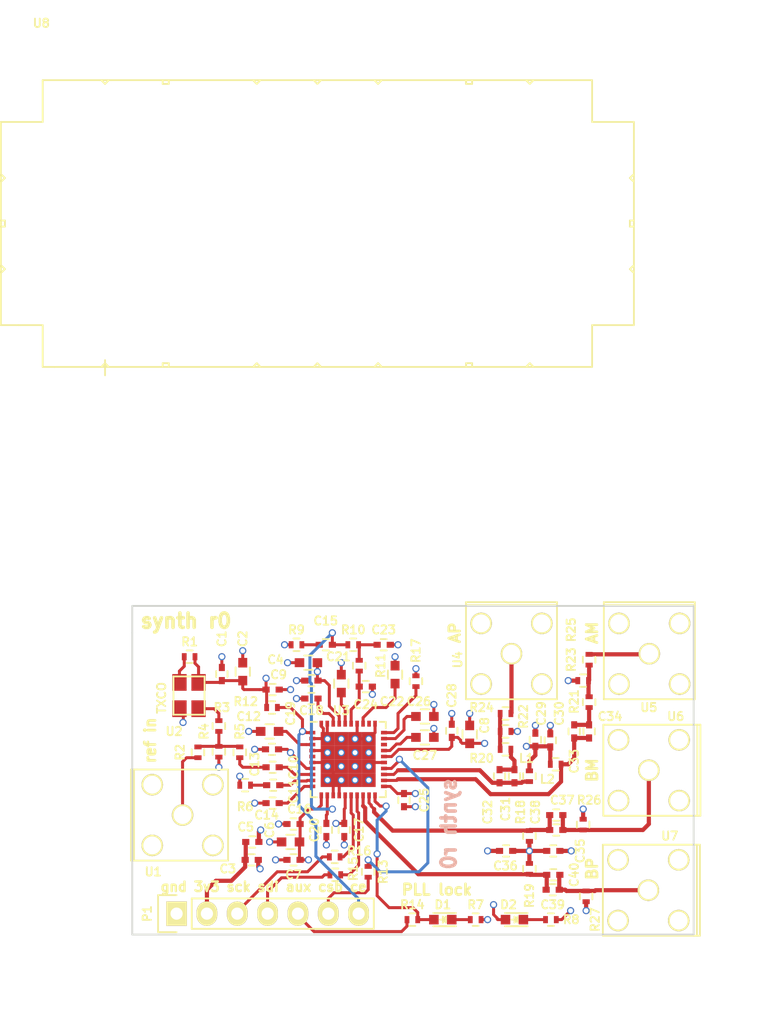
<source format=kicad_pcb>
(kicad_pcb (version 4) (host pcbnew 4.0.2-stable)
  (layers (0 F.Cu signal) (1 In1.Cu signal) (2 In2.Cu signal) (31 B.Cu signal) (34 B.Paste user) (35 F.Paste user) (36 B.SilkS user) (37 F.SilkS user) (38 B.Mask user) (39 F.Mask user) (44 Edge.Cuts user))
  (net 0 "")
  (net 1 GND)
  (net 2 "Net-(C10-Pad1)")
  (net 3 "Net-(C10-Pad2)")
  (net 4 "Net-(C11-Pad1)")
  (net 5 "Net-(C11-Pad2)")
  (net 6 "Net-(C12-Pad1)")
  (net 7 "Net-(C14-Pad2)")
  (net 8 /Vtune_mid)
  (net 9 "Net-(C15-Pad2)")
  (net 10 "Net-(C19-Pad2)")
  (net 11 "Net-(C21-Pad1)")
  (net 12 "Net-(C22-Pad1)")
  (net 13 "Net-(C23-Pad2)")
  (net 14 "Net-(C24-Pad2)")
  (net 15 "Net-(C26-Pad1)")
  (net 16 "Net-(C27-Pad1)")
  (net 17 "Net-(C31-Pad1)")
  (net 18 /RFoutAM)
  (net 19 "Net-(C33-Pad1)")
  (net 20 /RFoutAP)
  (net 21 "Net-(C37-Pad1)")
  (net 22 /RFoutBP)
  (net 23 "Net-(C39-Pad1)")
  (net 24 /RFoutBM)
  (net 25 /MUXout)
  (net 26 "Net-(D1-Pad1)")
  (net 27 "Net-(P1-Pad3)")
  (net 28 "Net-(P1-Pad4)")
  (net 29 "Net-(P1-Pad5)")
  (net 30 "Net-(P1-Pad6)")
  (net 31 /CE)
  (net 32 "Net-(R1-Pad1)")
  (net 33 "Net-(R2-Pad1)")
  (net 34 "Net-(R2-Pad2)")
  (net 35 "Net-(R3-Pad1)")
  (net 36 /CSB)
  (net 37 /SDI)
  (net 38 /SCK)
  (net 39 "Net-(R17-Pad2)")
  (net 40 "Net-(R20-Pad2)")
  (net 41 "Net-(R21-Pad2)")
  (net 42 "Net-(R24-Pad2)")
  (net 43 "Net-(R25-Pad2)")
  (net 44 VCC)
  (net 45 "Net-(D2-Pad1)")
  (module Resistors_SMD:R_0402 (layer F.Cu) (at 142.2 113.5)
    (fp_text reference R12 (at -2.2 -0.5 180) (layer F.SilkS) (effects (font (size 0.7 0.7))))
    (fp_text value 1k)
    (pad 1 smd rect (at -0.45 0) (size 0.4 0.6) (layers F.Cu F.Paste F.Mask) (net 44 VCC))
    (pad 2 smd rect (at 0.45 0) (size 0.4 0.6) (layers F.Cu F.Paste F.Mask) (net 31 /CE))
  )
  (module Capacitors_SMD:C_0402 (layer F.Cu) (at 140.55 124.75)
    (fp_text reference C5 (at -0.55 -1.25 180) (layer F.SilkS) (effects (font (size 0.7 0.7))))
    (fp_text value "100 nF")
    (pad 1 smd rect (at -0.55 0) (size 0.6 0.5) (layers F.Cu F.Paste F.Mask) (net 44 VCC))
    (pad 2 smd rect (at 0.55 0) (size 0.6 0.5) (layers F.Cu F.Paste F.Mask) (net 1 GND))
  )
  (module Capacitors_SMD:C_0402 (layer F.Cu) (at 140.5 126.25)
    (fp_text reference C3 (at -2 0.75) (layer F.SilkS) (effects (font (size 0.7 0.7))))
    (fp_text value "100 nF")
    (pad 1 smd rect (at -0.55 0) (size 0.6 0.5) (layers F.Cu F.Paste F.Mask) (net 44 VCC))
    (pad 2 smd rect (at 0.55 0) (size 0.6 0.5) (layers F.Cu F.Paste F.Mask) (net 1 GND))
  )
  (module Resistors_SMD:R_0402 (layer F.Cu) (at 135.3 109.25)
    (fp_text reference R1 (at 0 -1.25) (layer F.SilkS) (effects (font (size 0.7 0.7))))
    (fp_text value R_Small)
    (pad 1 smd rect (at -0.45 0) (size 0.4 0.6) (layers F.Cu F.Paste F.Mask) (net 32 "Net-(R1-Pad1)"))
    (pad 2 smd rect (at 0.45 0) (size 0.4 0.6) (layers F.Cu F.Paste F.Mask) (net 44 VCC))
  )
  (module Resistors_SMD:R_0402 (layer F.Cu) (at 137.75 117.2 270)
    (fp_text reference R4 (at -1.7 1.25 270) (layer F.SilkS) (effects (font (size 0.7 0.7))))
    (fp_text value DNP)
    (pad 1 smd rect (at -0.45 0 270) (size 0.4 0.6) (layers F.Cu F.Paste F.Mask) (net 34 "Net-(R2-Pad2)"))
    (pad 2 smd rect (at 0.45 0 270) (size 0.4 0.6) (layers F.Cu F.Paste F.Mask) (net 1 GND))
  )
  (module Pin_Headers:Pin_Header_Straight_1x07 (layer F.Cu) (at 134.21 130.75 90)
    (fp_text reference P1 (at 0 -2.46 270) (layer F.SilkS) (effects (font (size 0.7 0.7))))
    (fp_text value CONN_01X07)
    (pad 1 thru_hole rect (at 0 0 90) (size 2.032 1.7272) (drill 1.016) (layers *.Cu *.Mask F.SilkS) (net 1 GND))
    (pad 2 thru_hole oval (at 0 2.54 90) (size 2.032 1.7272) (drill 1.016) (layers *.Cu *.Mask F.SilkS) (net 44 VCC))
    (pad 3 thru_hole oval (at 0 5.08 90) (size 2.032 1.7272) (drill 1.016) (layers *.Cu *.Mask F.SilkS) (net 27 "Net-(P1-Pad3)"))
    (pad 4 thru_hole oval (at 0 7.62 90) (size 2.032 1.7272) (drill 1.016) (layers *.Cu *.Mask F.SilkS) (net 28 "Net-(P1-Pad4)"))
    (pad 5 thru_hole oval (at 0 10.16 90) (size 2.032 1.7272) (drill 1.016) (layers *.Cu *.Mask F.SilkS) (net 29 "Net-(P1-Pad5)"))
    (pad 6 thru_hole oval (at 0 12.7 90) (size 2.032 1.7272) (drill 1.016) (layers *.Cu *.Mask F.SilkS) (net 30 "Net-(P1-Pad6)"))
    (pad 7 thru_hole oval (at 0 15.24 90) (size 2.032 1.7272) (drill 1.016) (layers *.Cu *.Mask F.SilkS) (net 31 /CE))
  )
  (module Capacitors_SMD:C_0402 (layer F.Cu) (at 138 110.7 90)
    (fp_text reference C1 (at 2.95 0 90) (layer F.SilkS) (effects (font (size 0.7 0.7))))
    (fp_text value "100 nF")
    (pad 1 smd rect (at -0.55 0 90) (size 0.6 0.5) (layers F.Cu F.Paste F.Mask) (net 44 VCC))
    (pad 2 smd rect (at 0.55 0 90) (size 0.6 0.5) (layers F.Cu F.Paste F.Mask) (net 1 GND))
  )
  (module Capacitors_SMD:C_0402 (layer F.Cu) (at 144 126.25 180)
    (fp_text reference C7 (at 0 -1.25 180) (layer F.SilkS) (effects (font (size 0.7 0.7))))
    (fp_text value "100 nF")
    (pad 1 smd rect (at -0.55 0 180) (size 0.6 0.5) (layers F.Cu F.Paste F.Mask) (net 44 VCC))
    (pad 2 smd rect (at 0.55 0 180) (size 0.6 0.5) (layers F.Cu F.Paste F.Mask) (net 1 GND))
  )
  (module Capacitors_SMD:C_0402 (layer F.Cu) (at 142.25 112)
    (fp_text reference C9 (at 0.5 -1.25) (layer F.SilkS) (effects (font (size 0.7 0.7))))
    (fp_text value "100 nF")
    (pad 1 smd rect (at -0.55 0) (size 0.6 0.5) (layers F.Cu F.Paste F.Mask) (net 44 VCC))
    (pad 2 smd rect (at 0.55 0) (size 0.6 0.5) (layers F.Cu F.Paste F.Mask) (net 1 GND))
  )
  (module Capacitors_SMD:C_0402 (layer F.Cu) (at 142.25 118.5 180)
    (fp_text reference C10 (at -1.75 0 270) (layer F.SilkS) (effects (font (size 0.7 0.7))))
    (fp_text value "100 nF")
    (pad 1 smd rect (at -0.55 0 180) (size 0.6 0.5) (layers F.Cu F.Paste F.Mask) (net 2 "Net-(C10-Pad1)"))
    (pad 2 smd rect (at 0.55 0 180) (size 0.6 0.5) (layers F.Cu F.Paste F.Mask) (net 3 "Net-(C10-Pad2)"))
  )
  (module Capacitors_SMD:C_0402 (layer F.Cu) (at 142.3 120)
    (fp_text reference C11 (at 1.7 0.5 90) (layer F.SilkS) (effects (font (size 0.7 0.7))))
    (fp_text value "100 nF")
    (pad 1 smd rect (at -0.55 0) (size 0.6 0.5) (layers F.Cu F.Paste F.Mask) (net 4 "Net-(C11-Pad1)"))
    (pad 2 smd rect (at 0.55 0) (size 0.6 0.5) (layers F.Cu F.Paste F.Mask) (net 5 "Net-(C11-Pad2)"))
  )
  (module Capacitors_SMD:C_0402 (layer F.Cu) (at 142.2 117)
    (fp_text reference C13 (at -1.45 1.25 90) (layer F.SilkS) (effects (font (size 0.7 0.7))))
    (fp_text value "100 nF")
    (pad 1 smd rect (at -0.55 0) (size 0.6 0.5) (layers F.Cu F.Paste F.Mask) (net 1 GND))
    (pad 2 smd rect (at 0.55 0) (size 0.6 0.5) (layers F.Cu F.Paste F.Mask) (net 44 VCC))
  )
  (module Capacitors_SMD:C_0402 (layer F.Cu) (at 142.25 121.5)
    (fp_text reference C14 (at -0.5 1) (layer F.SilkS) (effects (font (size 0.7 0.7))))
    (fp_text value "1 uF")
    (pad 1 smd rect (at -0.55 0) (size 0.6 0.5) (layers F.Cu F.Paste F.Mask) (net 1 GND))
    (pad 2 smd rect (at 0.55 0) (size 0.6 0.5) (layers F.Cu F.Paste F.Mask) (net 7 "Net-(C14-Pad2)"))
  )
  (module Capacitors_SMD:C_0402 (layer F.Cu) (at 146.7 108.25 180)
    (fp_text reference C15 (at 0 2 180) (layer F.SilkS) (effects (font (size 0.7 0.7))))
    (fp_text value "47 nF")
    (pad 1 smd rect (at -0.55 0 180) (size 0.6 0.5) (layers F.Cu F.Paste F.Mask) (net 8 /Vtune_mid))
    (pad 2 smd rect (at 0.55 0 180) (size 0.6 0.5) (layers F.Cu F.Paste F.Mask) (net 9 "Net-(C15-Pad2)"))
  )
  (module Capacitors_SMD:C_0402 (layer F.Cu) (at 144 123.25)
    (fp_text reference C16 (at 0.5 -1.25 180) (layer F.SilkS) (effects (font (size 0.7 0.7))))
    (fp_text value "100 nF")
    (pad 1 smd rect (at -0.55 0) (size 0.6 0.5) (layers F.Cu F.Paste F.Mask) (net 1 GND))
    (pad 2 smd rect (at 0.55 0) (size 0.6 0.5) (layers F.Cu F.Paste F.Mask) (net 44 VCC))
  )
  (module Capacitors_SMD:C_0402 (layer F.Cu) (at 146.75 123.75 270)
    (fp_text reference C17 (at 0 -2.75 270) (layer F.SilkS) (effects (font (size 0.7 0.7))))
    (fp_text value "560 pF")
    (pad 1 smd rect (at -0.55 0 270) (size 0.6 0.5) (layers F.Cu F.Paste F.Mask) (net 8 /Vtune_mid))
    (pad 2 smd rect (at 0.55 0 270) (size 0.6 0.5) (layers F.Cu F.Paste F.Mask) (net 1 GND))
  )
  (module Capacitors_SMD:C_0402 (layer F.Cu) (at 145.5 111.25 180)
    (fp_text reference C18 (at 0 -2.5 180) (layer F.SilkS) (effects (font (size 0.7 0.7))))
    (fp_text value "100 nF")
    (pad 1 smd rect (at -0.55 0 180) (size 0.6 0.5) (layers F.Cu F.Paste F.Mask) (net 44 VCC))
    (pad 2 smd rect (at 0.55 0 180) (size 0.6 0.5) (layers F.Cu F.Paste F.Mask) (net 1 GND))
  )
  (module Capacitors_SMD:C_0402 (layer F.Cu) (at 145.5 112.75)
    (fp_text reference C19 (at -1.75 1.25 90) (layer F.SilkS) (effects (font (size 0.7 0.7))))
    (fp_text value "1 uF")
    (pad 1 smd rect (at -0.55 0) (size 0.6 0.5) (layers F.Cu F.Paste F.Mask) (net 1 GND))
    (pad 2 smd rect (at 0.55 0) (size 0.6 0.5) (layers F.Cu F.Paste F.Mask) (net 10 "Net-(C19-Pad2)"))
  )
  (module Capacitors_SMD:C_0402 (layer F.Cu) (at 148.25 123.75 90)
    (fp_text reference C20 (at 0 -2.5 90) (layer F.SilkS) (effects (font (size 0.7 0.7))))
    (fp_text value "100 nF")
    (pad 1 smd rect (at -0.55 0 90) (size 0.6 0.5) (layers F.Cu F.Paste F.Mask) (net 1 GND))
    (pad 2 smd rect (at 0.55 0 90) (size 0.6 0.5) (layers F.Cu F.Paste F.Mask) (net 44 VCC))
  )
  (module Capacitors_SMD:C_0402 (layer F.Cu) (at 151.55 108.25 180)
    (fp_text reference C23 (at 0 1.25 180) (layer F.SilkS) (effects (font (size 0.7 0.7))))
    (fp_text value DNP)
    (pad 1 smd rect (at -0.55 0 180) (size 0.6 0.5) (layers F.Cu F.Paste F.Mask) (net 1 GND))
    (pad 2 smd rect (at 0.55 0 180) (size 0.6 0.5) (layers F.Cu F.Paste F.Mask) (net 13 "Net-(C23-Pad2)"))
  )
  (module Capacitors_SMD:C_0402 (layer F.Cu) (at 150.05 111.75 180)
    (fp_text reference C24 (at 0 -1.5 180) (layer F.SilkS) (effects (font (size 0.7 0.7))))
    (fp_text value "6800 pF")
    (pad 1 smd rect (at -0.55 0 180) (size 0.6 0.5) (layers F.Cu F.Paste F.Mask) (net 1 GND))
    (pad 2 smd rect (at 0.55 0 180) (size 0.6 0.5) (layers F.Cu F.Paste F.Mask) (net 14 "Net-(C24-Pad2)"))
  )
  (module Capacitors_SMD:C_0402 (layer F.Cu) (at 153.25 121.25 270)
    (fp_text reference C25 (at 0 -1.7 270) (layer F.SilkS) (effects (font (size 0.7 0.7))))
    (fp_text value "100 nF")
    (pad 1 smd rect (at -0.55 0 270) (size 0.6 0.5) (layers F.Cu F.Paste F.Mask) (net 44 VCC))
    (pad 2 smd rect (at 0.55 0 270) (size 0.6 0.5) (layers F.Cu F.Paste F.Mask) (net 1 GND))
  )
  (module Capacitors_SMD:C_0402 (layer F.Cu) (at 157.25 115.45 270)
    (fp_text reference C28 (at -2.95 0 270) (layer F.SilkS) (effects (font (size 0.7 0.7))))
    (fp_text value "100 nF")
    (pad 1 smd rect (at -0.55 0 270) (size 0.6 0.5) (layers F.Cu F.Paste F.Mask) (net 1 GND))
    (pad 2 smd rect (at 0.55 0 270) (size 0.6 0.5) (layers F.Cu F.Paste F.Mask) (net 44 VCC))
  )
  (module Capacitors_SMD:C_0402 (layer F.Cu) (at 164.25 116.2 270)
    (fp_text reference C29 (at -2.2 -0.5 450) (layer F.SilkS) (effects (font (size 0.7 0.7))))
    (fp_text value "30 pF")
    (pad 1 smd rect (at -0.55 0 270) (size 0.6 0.5) (layers F.Cu F.Paste F.Mask) (net 1 GND))
    (pad 2 smd rect (at 0.55 0 270) (size 0.6 0.5) (layers F.Cu F.Paste F.Mask) (net 44 VCC))
  )
  (module Capacitors_SMD:C_0402 (layer F.Cu) (at 165.5 116.25 270)
    (fp_text reference C30 (at -2.25 -0.75 270) (layer F.SilkS) (effects (font (size 0.7 0.7))))
    (fp_text value "100 nF")
    (pad 1 smd rect (at -0.55 0 270) (size 0.6 0.5) (layers F.Cu F.Paste F.Mask) (net 1 GND))
    (pad 2 smd rect (at 0.55 0 270) (size 0.6 0.5) (layers F.Cu F.Paste F.Mask) (net 44 VCC))
  )
  (module Capacitors_SMD:C_0402 (layer F.Cu) (at 162.5 119.25 270)
    (fp_text reference C31 (at 2.75 0.75 450) (layer F.SilkS) (effects (font (size 0.7 0.7))))
    (fp_text value "30 pF")
    (pad 1 smd rect (at -0.55 0 270) (size 0.6 0.5) (layers F.Cu F.Paste F.Mask) (net 17 "Net-(C31-Pad1)"))
    (pad 2 smd rect (at 0.55 0 270) (size 0.6 0.5) (layers F.Cu F.Paste F.Mask) (net 20 /RFoutAP))
  )
  (module Capacitors_SMD:C_0402 (layer F.Cu) (at 161.25 119.25 270)
    (fp_text reference C32 (at 3 1 450) (layer F.SilkS) (effects (font (size 0.7 0.7))))
    (fp_text value "100 nF")
    (pad 1 smd rect (at -0.55 0 270) (size 0.6 0.5) (layers F.Cu F.Paste F.Mask) (net 17 "Net-(C31-Pad1)"))
    (pad 2 smd rect (at 0.55 0 270) (size 0.6 0.5) (layers F.Cu F.Paste F.Mask) (net 20 /RFoutAP))
  )
  (module Capacitors_SMD:C_0402 (layer F.Cu) (at 167.5 115.5 270)
    (fp_text reference C33 (at 2.5 0 270) (layer F.SilkS) (effects (font (size 0.7 0.7))))
    (fp_text value "30 pF")
    (pad 1 smd rect (at -0.55 0 270) (size 0.6 0.5) (layers F.Cu F.Paste F.Mask) (net 19 "Net-(C33-Pad1)"))
    (pad 2 smd rect (at 0.55 0 270) (size 0.6 0.5) (layers F.Cu F.Paste F.Mask) (net 18 /RFoutAM))
  )
  (module Capacitors_SMD:C_0402 (layer F.Cu) (at 168.75 115.5 270)
    (fp_text reference C34 (at -1.25 -1.75 360) (layer F.SilkS) (effects (font (size 0.7 0.7))))
    (fp_text value "100 nF")
    (pad 1 smd rect (at -0.55 0 270) (size 0.6 0.5) (layers F.Cu F.Paste F.Mask) (net 19 "Net-(C33-Pad1)"))
    (pad 2 smd rect (at 0.55 0 270) (size 0.6 0.5) (layers F.Cu F.Paste F.Mask) (net 18 /RFoutAM))
  )
  (module Capacitors_SMD:C_0402 (layer F.Cu) (at 165.75 125.5 180)
    (fp_text reference C35 (at -2.25 0 270) (layer F.SilkS) (effects (font (size 0.7 0.7))))
    (fp_text value "30 pF")
    (pad 1 smd rect (at -0.55 0 180) (size 0.6 0.5) (layers F.Cu F.Paste F.Mask) (net 1 GND))
    (pad 2 smd rect (at 0.55 0 180) (size 0.6 0.5) (layers F.Cu F.Paste F.Mask) (net 44 VCC))
  )
  (module Capacitors_SMD:C_0402 (layer F.Cu) (at 161.8 125.5)
    (fp_text reference C36 (at -0.05 1.25) (layer F.SilkS) (effects (font (size 0.7 0.7))))
    (fp_text value "100 nF")
    (pad 1 smd rect (at -0.55 0) (size 0.6 0.5) (layers F.Cu F.Paste F.Mask) (net 1 GND))
    (pad 2 smd rect (at 0.55 0) (size 0.6 0.5) (layers F.Cu F.Paste F.Mask) (net 44 VCC))
  )
  (module Capacitors_SMD:C_0402 (layer F.Cu) (at 166 122.5 180)
    (fp_text reference C37 (at -0.5 1.25 180) (layer F.SilkS) (effects (font (size 0.7 0.7))))
    (fp_text value "30 pF")
    (pad 1 smd rect (at -0.55 0 180) (size 0.6 0.5) (layers F.Cu F.Paste F.Mask) (net 21 "Net-(C37-Pad1)"))
    (pad 2 smd rect (at 0.55 0 180) (size 0.6 0.5) (layers F.Cu F.Paste F.Mask) (net 24 /RFoutBM))
  )
  (module Capacitors_SMD:C_0402 (layer F.Cu) (at 166 123.75 180)
    (fp_text reference C38 (at 1.75 1.5 270) (layer F.SilkS) (effects (font (size 0.7 0.7))))
    (fp_text value "100 nF")
    (pad 1 smd rect (at -0.55 0 180) (size 0.6 0.5) (layers F.Cu F.Paste F.Mask) (net 21 "Net-(C37-Pad1)"))
    (pad 2 smd rect (at 0.55 0 180) (size 0.6 0.5) (layers F.Cu F.Paste F.Mask) (net 24 /RFoutBM))
  )
  (module Capacitors_SMD:C_0402 (layer F.Cu) (at 165.7 128.75 180)
    (fp_text reference C39 (at 0 -1.25 180) (layer F.SilkS) (effects (font (size 0.7 0.7))))
    (fp_text value "30 pF")
    (pad 1 smd rect (at -0.55 0 180) (size 0.6 0.5) (layers F.Cu F.Paste F.Mask) (net 23 "Net-(C39-Pad1)"))
    (pad 2 smd rect (at 0.55 0 180) (size 0.6 0.5) (layers F.Cu F.Paste F.Mask) (net 22 /RFoutBP))
  )
  (module Capacitors_SMD:C_0402 (layer F.Cu) (at 165.75 127.5 180)
    (fp_text reference C40 (at -1.75 0 270) (layer F.SilkS) (effects (font (size 0.7 0.7))))
    (fp_text value "100 nF")
    (pad 1 smd rect (at -0.55 0 180) (size 0.6 0.5) (layers F.Cu F.Paste F.Mask) (net 23 "Net-(C39-Pad1)"))
    (pad 2 smd rect (at 0.55 0 180) (size 0.6 0.5) (layers F.Cu F.Paste F.Mask) (net 22 /RFoutBP))
  )
  (module LEDs:LED_0603 (layer F.Cu) (at 156.5007 131.25 180)
    (fp_text reference D1 (at 0.0007 1.25 180) (layer F.SilkS) (effects (font (size 0.7 0.7))))
    (fp_text value LED)
    (pad 2 smd rect (at 0.7493 0) (size 0.79756 0.79756) (layers F.Cu F.Paste F.Mask) (net 25 /MUXout))
    (pad 1 smd rect (at -0.7493 0) (size 0.79756 0.79756) (layers F.Cu F.Paste F.Mask) (net 26 "Net-(D1-Pad1)"))
  )
  (module Resistors_SMD:R_0402 (layer F.Cu) (at 163.75 119.25 90)
    (fp_text reference L1 (at 1.5 -0.25 180) (layer F.SilkS) (effects (font (size 0.7 0.7))))
    (fp_text value "18 nF")
    (pad 1 smd rect (at -0.45 0 90) (size 0.4 0.6) (layers F.Cu F.Paste F.Mask) (net 20 /RFoutAP))
    (pad 2 smd rect (at 0.45 0 90) (size 0.4 0.6) (layers F.Cu F.Paste F.Mask) (net 44 VCC))
  )
  (module Resistors_SMD:R_0402 (layer F.Cu) (at 165.95 118.25)
    (fp_text reference L2 (at -0.7 1.25) (layer F.SilkS) (effects (font (size 0.7 0.7))))
    (fp_text value "18 nF")
    (pad 1 smd rect (at -0.45 0) (size 0.4 0.6) (layers F.Cu F.Paste F.Mask) (net 44 VCC))
    (pad 2 smd rect (at 0.45 0) (size 0.4 0.6) (layers F.Cu F.Paste F.Mask) (net 18 /RFoutAM))
  )
  (module Resistors_SMD:R_0402 (layer F.Cu) (at 136 117.25 90)
    (fp_text reference R2 (at 0 -1.5 90) (layer F.SilkS) (effects (font (size 0.7 0.7))))
    (fp_text value DNP)
    (pad 1 smd rect (at -0.45 0 90) (size 0.4 0.6) (layers F.Cu F.Paste F.Mask) (net 33 "Net-(R2-Pad1)"))
    (pad 2 smd rect (at 0.45 0 90) (size 0.4 0.6) (layers F.Cu F.Paste F.Mask) (net 34 "Net-(R2-Pad2)"))
  )
  (module Resistors_SMD:R_0402 (layer F.Cu) (at 137.75 115.05 270)
    (fp_text reference R3 (at -1.55 -0.25 360) (layer F.SilkS) (effects (font (size 0.7 0.7))))
    (fp_text value 0)
    (pad 1 smd rect (at -0.45 0 270) (size 0.4 0.6) (layers F.Cu F.Paste F.Mask) (net 35 "Net-(R3-Pad1)"))
    (pad 2 smd rect (at 0.45 0 270) (size 0.4 0.6) (layers F.Cu F.Paste F.Mask) (net 34 "Net-(R2-Pad2)"))
  )
  (module Resistors_SMD:R_0402 (layer F.Cu) (at 139.5 117.25 90)
    (fp_text reference R5 (at 1.75 0 90) (layer F.SilkS) (effects (font (size 0.7 0.7))))
    (fp_text value 0)
    (pad 1 smd rect (at -0.45 0 90) (size 0.4 0.6) (layers F.Cu F.Paste F.Mask) (net 3 "Net-(C10-Pad2)"))
    (pad 2 smd rect (at 0.45 0 90) (size 0.4 0.6) (layers F.Cu F.Paste F.Mask) (net 34 "Net-(R2-Pad2)"))
  )
  (module Resistors_SMD:R_0402 (layer F.Cu) (at 139.95 120 180)
    (fp_text reference R6 (at 0 -1.8 180) (layer F.SilkS) (effects (font (size 0.7 0.7))))
    (fp_text value 1k)
    (pad 1 smd rect (at -0.45 0 180) (size 0.4 0.6) (layers F.Cu F.Paste F.Mask) (net 4 "Net-(C11-Pad1)"))
    (pad 2 smd rect (at 0.45 0 180) (size 0.4 0.6) (layers F.Cu F.Paste F.Mask) (net 1 GND))
  )
  (module Resistors_SMD:R_0402 (layer F.Cu) (at 159.25 131.25 180)
    (fp_text reference R7 (at 0 1.25 180) (layer F.SilkS) (effects (font (size 0.7 0.7))))
    (fp_text value 1k)
    (pad 1 smd rect (at -0.45 0 180) (size 0.4 0.6) (layers F.Cu F.Paste F.Mask) (net 1 GND))
    (pad 2 smd rect (at 0.45 0 180) (size 0.4 0.6) (layers F.Cu F.Paste F.Mask) (net 26 "Net-(D1-Pad1)"))
  )
  (module Resistors_SMD:R_0402 (layer F.Cu) (at 144.25 108.25)
    (fp_text reference R9 (at 0 -1.25) (layer F.SilkS) (effects (font (size 0.7 0.7))))
    (fp_text value 150)
    (pad 1 smd rect (at -0.45 0) (size 0.4 0.6) (layers F.Cu F.Paste F.Mask) (net 1 GND))
    (pad 2 smd rect (at 0.45 0) (size 0.4 0.6) (layers F.Cu F.Paste F.Mask) (net 9 "Net-(C15-Pad2)"))
  )
  (module Resistors_SMD:R_0402 (layer F.Cu) (at 149 108.25)
    (fp_text reference R10 (at 0 -1.25) (layer F.SilkS) (effects (font (size 0.7 0.7))))
    (fp_text value 12)
    (pad 1 smd rect (at -0.45 0) (size 0.4 0.6) (layers F.Cu F.Paste F.Mask) (net 8 /Vtune_mid))
    (pad 2 smd rect (at 0.45 0) (size 0.4 0.6) (layers F.Cu F.Paste F.Mask) (net 13 "Net-(C23-Pad2)"))
  )
  (module Resistors_SMD:R_0402 (layer F.Cu) (at 149.5 110 270)
    (fp_text reference R11 (at 0 -1.8 270) (layer F.SilkS) (effects (font (size 0.7 0.7))))
    (fp_text value 0)
    (pad 1 smd rect (at -0.45 0 270) (size 0.4 0.6) (layers F.Cu F.Paste F.Mask) (net 13 "Net-(C23-Pad2)"))
    (pad 2 smd rect (at 0.45 0 270) (size 0.4 0.6) (layers F.Cu F.Paste F.Mask) (net 14 "Net-(C24-Pad2)"))
  )
  (module Resistors_SMD:R_0402 (layer F.Cu) (at 150.25 127.25 270)
    (fp_text reference R13 (at 0 -1.25 270) (layer F.SilkS) (effects (font (size 0.7 0.7))))
    (fp_text value 1k)
    (pad 1 smd rect (at -0.45 0 270) (size 0.4 0.6) (layers F.Cu F.Paste F.Mask) (net 36 /CSB))
    (pad 2 smd rect (at 0.45 0 270) (size 0.4 0.6) (layers F.Cu F.Paste F.Mask) (net 30 "Net-(P1-Pad6)"))
  )
  (module Resistors_SMD:R_0402 (layer F.Cu) (at 153.95 131.25 180)
    (fp_text reference R14 (at 0 1.25 180) (layer F.SilkS) (effects (font (size 0.7 0.7))))
    (fp_text value 1k)
    (pad 1 smd rect (at -0.45 0 180) (size 0.4 0.6) (layers F.Cu F.Paste F.Mask) (net 25 /MUXout))
    (pad 2 smd rect (at 0.45 0 180) (size 0.4 0.6) (layers F.Cu F.Paste F.Mask) (net 29 "Net-(P1-Pad5)"))
  )
  (module Resistors_SMD:R_0402 (layer F.Cu) (at 147.5 127.5 180)
    (fp_text reference R15 (at -1.5 0.5 270) (layer F.SilkS) (effects (font (size 0.7 0.7))))
    (fp_text value 1k)
    (pad 1 smd rect (at -0.45 0 180) (size 0.4 0.6) (layers F.Cu F.Paste F.Mask) (net 37 /SDI))
    (pad 2 smd rect (at 0.45 0 180) (size 0.4 0.6) (layers F.Cu F.Paste F.Mask) (net 28 "Net-(P1-Pad4)"))
  )
  (module Resistors_SMD:R_0402 (layer F.Cu) (at 147.45 126 180)
    (fp_text reference R16 (at -2.05 0.5 360) (layer F.SilkS) (effects (font (size 0.7 0.7))))
    (fp_text value 1k)
    (pad 1 smd rect (at -0.45 0 180) (size 0.4 0.6) (layers F.Cu F.Paste F.Mask) (net 38 /SCK))
    (pad 2 smd rect (at 0.45 0 180) (size 0.4 0.6) (layers F.Cu F.Paste F.Mask) (net 27 "Net-(P1-Pad3)"))
  )
  (module Resistors_SMD:R_0402 (layer F.Cu) (at 154.25 111.3 270)
    (fp_text reference R17 (at -2.55 0 270) (layer F.SilkS) (effects (font (size 0.7 0.7))))
    (fp_text value 680)
    (pad 1 smd rect (at -0.45 0 270) (size 0.4 0.6) (layers F.Cu F.Paste F.Mask) (net 1 GND))
    (pad 2 smd rect (at 0.45 0 270) (size 0.4 0.6) (layers F.Cu F.Paste F.Mask) (net 39 "Net-(R17-Pad2)"))
  )
  (module Resistors_SMD:R_0402 (layer F.Cu) (at 163.75 124.25 90)
    (fp_text reference R18 (at 2 -0.75 90) (layer F.SilkS) (effects (font (size 0.7 0.7))))
    (fp_text value 49.9)
    (pad 1 smd rect (at -0.45 0 90) (size 0.4 0.6) (layers F.Cu F.Paste F.Mask) (net 44 VCC))
    (pad 2 smd rect (at 0.45 0 90) (size 0.4 0.6) (layers F.Cu F.Paste F.Mask) (net 24 /RFoutBM))
  )
  (module Resistors_SMD:R_0402 (layer F.Cu) (at 163.75 127 90)
    (fp_text reference R19 (at -2.25 0 90) (layer F.SilkS) (effects (font (size 0.7 0.7))))
    (fp_text value 49.9)
    (pad 1 smd rect (at -0.45 0 90) (size 0.4 0.6) (layers F.Cu F.Paste F.Mask) (net 22 /RFoutBP))
    (pad 2 smd rect (at 0.45 0 90) (size 0.4 0.6) (layers F.Cu F.Paste F.Mask) (net 44 VCC))
  )
  (module Resistors_SMD:R_0402 (layer F.Cu) (at 161.75 117 180)
    (fp_text reference R20 (at 2 -0.75 180) (layer F.SilkS) (effects (font (size 0.7 0.7))))
    (fp_text value 49.9)
    (pad 1 smd rect (at -0.45 0 180) (size 0.4 0.6) (layers F.Cu F.Paste F.Mask) (net 17 "Net-(C31-Pad1)"))
    (pad 2 smd rect (at 0.45 0 180) (size 0.4 0.6) (layers F.Cu F.Paste F.Mask) (net 40 "Net-(R20-Pad2)"))
  )
  (module Resistors_SMD:R_0402 (layer F.Cu) (at 168.75 113.05 90)
    (fp_text reference R21 (at 0.05 -1.25 90) (layer F.SilkS) (effects (font (size 0.7 0.7))))
    (fp_text value 49.9)
    (pad 1 smd rect (at -0.45 0 90) (size 0.4 0.6) (layers F.Cu F.Paste F.Mask) (net 19 "Net-(C33-Pad1)"))
    (pad 2 smd rect (at 0.45 0 90) (size 0.4 0.6) (layers F.Cu F.Paste F.Mask) (net 41 "Net-(R21-Pad2)"))
  )
  (module Resistors_SMD:R_0402 (layer F.Cu) (at 161.75 115.5 180)
    (fp_text reference R22 (at -1.5 1.25 270) (layer F.SilkS) (effects (font (size 0.7 0.7))))
    (fp_text value 49.9)
    (pad 1 smd rect (at -0.45 0 180) (size 0.4 0.6) (layers F.Cu F.Paste F.Mask) (net 1 GND))
    (pad 2 smd rect (at 0.45 0 180) (size 0.4 0.6) (layers F.Cu F.Paste F.Mask) (net 40 "Net-(R20-Pad2)"))
  )
  (module Resistors_SMD:R_0402 (layer F.Cu) (at 168.25 111.25)
    (fp_text reference R23 (at -1 -1.75 90) (layer F.SilkS) (effects (font (size 0.7 0.7))))
    (fp_text value 49.9)
    (pad 1 smd rect (at -0.45 0) (size 0.4 0.6) (layers F.Cu F.Paste F.Mask) (net 1 GND))
    (pad 2 smd rect (at 0.45 0) (size 0.4 0.6) (layers F.Cu F.Paste F.Mask) (net 41 "Net-(R21-Pad2)"))
  )
  (module Resistors_SMD:R_0402 (layer F.Cu) (at 161.75 114)
    (fp_text reference R24 (at -2 -0.5) (layer F.SilkS) (effects (font (size 0.7 0.7))))
    (fp_text value 49.9)
    (pad 1 smd rect (at -0.45 0) (size 0.4 0.6) (layers F.Cu F.Paste F.Mask) (net 40 "Net-(R20-Pad2)"))
    (pad 2 smd rect (at 0.45 0) (size 0.4 0.6) (layers F.Cu F.Paste F.Mask) (net 42 "Net-(R24-Pad2)"))
  )
  (module Resistors_SMD:R_0402 (layer F.Cu) (at 168.75 109.5 90)
    (fp_text reference R25 (at 2.5 -1.5 90) (layer F.SilkS) (effects (font (size 0.7 0.7))))
    (fp_text value 49.9)
    (pad 1 smd rect (at -0.45 0 90) (size 0.4 0.6) (layers F.Cu F.Paste F.Mask) (net 41 "Net-(R21-Pad2)"))
    (pad 2 smd rect (at 0.45 0 90) (size 0.4 0.6) (layers F.Cu F.Paste F.Mask) (net 43 "Net-(R25-Pad2)"))
  )
  (module Resistors_SMD:R_0402 (layer F.Cu) (at 168.25 123.3 270)
    (fp_text reference R26 (at -2.05 -0.5 540) (layer F.SilkS) (effects (font (size 0.7 0.7))))
    (fp_text value 49.9)
    (pad 1 smd rect (at -0.45 0 270) (size 0.4 0.6) (layers F.Cu F.Paste F.Mask) (net 1 GND))
    (pad 2 smd rect (at 0.45 0 270) (size 0.4 0.6) (layers F.Cu F.Paste F.Mask) (net 21 "Net-(C37-Pad1)"))
  )
  (module Resistors_SMD:R_0402 (layer F.Cu) (at 168.5 129.3 90)
    (fp_text reference R27 (at -1.95 0.75 270) (layer F.SilkS) (effects (font (size 0.7 0.7))))
    (fp_text value 49.9)
    (pad 1 smd rect (at -0.45 0 90) (size 0.4 0.6) (layers F.Cu F.Paste F.Mask) (net 1 GND))
    (pad 2 smd rect (at 0.45 0 90) (size 0.4 0.6) (layers F.Cu F.Paste F.Mask) (net 23 "Net-(C39-Pad1)"))
  )
  (module vna_footprints:732512200_SMA (layer F.Cu) (at 134.71 122.5)
    (fp_text reference U1 (at -2.46 4.75) (layer F.SilkS) (effects (font (size 0.7 0.7))))
    (fp_text value CONN_SMA)
    (pad 1 thru_hole circle (at 0 0) (size 1.8 1.8) (drill 1.5) (layers *.Cu *.Mask F.SilkS) (net 33 "Net-(R2-Pad1)"))
    (pad 2 thru_hole circle (at -2.54 2.54) (size 1.8 1.8) (drill 1.5) (layers *.Cu *.Mask F.SilkS) (net 1 GND))
    (pad 3 thru_hole circle (at -2.54 -2.54) (size 1.8 1.8) (drill 1.5) (layers *.Cu *.Mask F.SilkS) (net 1 GND))
    (pad 4 thru_hole circle (at 2.54 -2.54) (size 1.8 1.8) (drill 1.5) (layers *.Cu *.Mask F.SilkS) (net 1 GND))
    (pad 5 thru_hole circle (at 2.54 2.54) (size 1.8 1.8) (drill 1.5) (layers *.Cu *.Mask F.SilkS) (net 1 GND))
  )
  (module vna_footprints:crystal_FA238-TSX3225 (layer F.Cu) (at 135.25 112.5 270)
    (fp_text reference U2 (at 3 1.25 360) (layer F.SilkS) (effects (font (size 0.7 0.7))))
    (fp_text value TXCO (at 0.2 2.3 270) (layer F.SilkS) (effects (font (size 0.7 0.7))))
    (pad 1 smd rect (at -1.1 0.8 270) (size 1.4 1.2) (layers F.Cu F.Paste F.Mask) (net 32 "Net-(R1-Pad1)"))
    (pad 2 smd rect (at 1.1 0.8 270) (size 1.4 1.2) (layers F.Cu F.Paste F.Mask) (net 1 GND))
    (pad 4 smd rect (at -1.1 -0.8 270) (size 1.4 1.2) (layers F.Cu F.Paste F.Mask) (net 44 VCC))
    (pad 3 smd rect (at 1.1 -0.8 270) (size 1.4 1.2) (layers F.Cu F.Paste F.Mask) (net 35 "Net-(R3-Pad1)"))
  )
  (module Housings_DFN_QFN:QFN-40-1EP_6x6mm_Pitch0.5mm (layer F.Cu) (at 148.575 117.852)
    (fp_text reference U3 (at -0.575 -4.102) (layer F.SilkS) (effects (font (size 0.7 0.7))))
    (fp_text value LMX2592)
    (pad 1 smd rect (at -3 -2.25) (size 0.5 0.3) (layers F.Cu F.Paste F.Mask) (net 31 /CE))
    (pad 2 smd rect (at -3 -1.75) (size 0.5 0.3) (layers F.Cu F.Paste F.Mask) (net 1 GND))
    (pad 3 smd rect (at -3 -1.25) (size 0.5 0.3) (layers F.Cu F.Paste F.Mask) (net 6 "Net-(C12-Pad1)"))
    (pad 4 smd rect (at -3 -0.75) (size 0.5 0.3) (layers F.Cu F.Paste F.Mask) (net 1 GND))
    (pad 5 smd rect (at -3 -0.25) (size 0.5 0.3) (layers F.Cu F.Paste F.Mask))
    (pad 6 smd rect (at -3 0.25) (size 0.5 0.3) (layers F.Cu F.Paste F.Mask) (net 1 GND))
    (pad 7 smd rect (at -3 0.75) (size 0.5 0.3) (layers F.Cu F.Paste F.Mask) (net 44 VCC))
    (pad 8 smd rect (at -3 1.25) (size 0.5 0.3) (layers F.Cu F.Paste F.Mask) (net 2 "Net-(C10-Pad1)"))
    (pad 9 smd rect (at -3 1.75) (size 0.5 0.3) (layers F.Cu F.Paste F.Mask) (net 5 "Net-(C11-Pad2)"))
    (pad 10 smd rect (at -3 2.25) (size 0.5 0.3) (layers F.Cu F.Paste F.Mask) (net 7 "Net-(C14-Pad2)"))
    (pad 11 smd rect (at -2.25 3 90) (size 0.5 0.3) (layers F.Cu F.Paste F.Mask) (net 44 VCC))
    (pad 12 smd rect (at -1.75 3 90) (size 0.5 0.3) (layers F.Cu F.Paste F.Mask) (net 8 /Vtune_mid))
    (pad 13 smd rect (at -1.25 3 90) (size 0.5 0.3) (layers F.Cu F.Paste F.Mask) (net 1 GND))
    (pad 14 smd rect (at -0.75 3 90) (size 0.5 0.3) (layers F.Cu F.Paste F.Mask) (net 1 GND))
    (pad 15 smd rect (at -0.25 3 90) (size 0.5 0.3) (layers F.Cu F.Paste F.Mask) (net 44 VCC))
    (pad 16 smd rect (at 0.25 3 90) (size 0.5 0.3) (layers F.Cu F.Paste F.Mask) (net 38 /SCK))
    (pad 17 smd rect (at 0.75 3 90) (size 0.5 0.3) (layers F.Cu F.Paste F.Mask) (net 37 /SDI))
    (pad 18 smd rect (at 1.25 3 90) (size 0.5 0.3) (layers F.Cu F.Paste F.Mask) (net 22 /RFoutBP))
    (pad 19 smd rect (at 1.75 3 90) (size 0.5 0.3) (layers F.Cu F.Paste F.Mask) (net 24 /RFoutBM))
    (pad 20 smd rect (at 2.25 3 90) (size 0.5 0.3) (layers F.Cu F.Paste F.Mask) (net 25 /MUXout))
    (pad 21 smd rect (at 3 2.25) (size 0.5 0.3) (layers F.Cu F.Paste F.Mask) (net 44 VCC))
    (pad 22 smd rect (at 3 1.75) (size 0.5 0.3) (layers F.Cu F.Paste F.Mask) (net 18 /RFoutAM))
    (pad 23 smd rect (at 3 1.25) (size 0.5 0.3) (layers F.Cu F.Paste F.Mask) (net 20 /RFoutAP))
    (pad 24 smd rect (at 3 0.75) (size 0.5 0.3) (layers F.Cu F.Paste F.Mask) (net 36 /CSB))
    (pad 25 smd rect (at 3 0.25) (size 0.5 0.3) (layers F.Cu F.Paste F.Mask) (net 1 GND))
    (pad 26 smd rect (at 3 -0.25) (size 0.5 0.3) (layers F.Cu F.Paste F.Mask) (net 44 VCC))
    (pad 27 smd rect (at 3 -0.75) (size 0.5 0.3) (layers F.Cu F.Paste F.Mask) (net 16 "Net-(C27-Pad1)"))
    (pad 28 smd rect (at 3 -1.25) (size 0.5 0.3) (layers F.Cu F.Paste F.Mask))
    (pad 29 smd rect (at 3 -1.75) (size 0.5 0.3) (layers F.Cu F.Paste F.Mask) (net 15 "Net-(C26-Pad1)"))
    (pad 30 smd rect (at 3 -2.25) (size 0.5 0.3) (layers F.Cu F.Paste F.Mask) (net 39 "Net-(R17-Pad2)"))
    (pad 31 smd rect (at 2.25 -3 90) (size 0.5 0.3) (layers F.Cu F.Paste F.Mask) (net 1 GND))
    (pad 32 smd rect (at 1.75 -3 90) (size 0.5 0.3) (layers F.Cu F.Paste F.Mask))
    (pad 33 smd rect (at 1.25 -3 90) (size 0.5 0.3) (layers F.Cu F.Paste F.Mask) (net 12 "Net-(C22-Pad1)"))
    (pad 34 smd rect (at 0.75 -3 90) (size 0.5 0.3) (layers F.Cu F.Paste F.Mask) (net 1 GND))
    (pad 35 smd rect (at 0.25 -3 90) (size 0.5 0.3) (layers F.Cu F.Paste F.Mask) (net 14 "Net-(C24-Pad2)"))
    (pad 36 smd rect (at -0.25 -3 90) (size 0.5 0.3) (layers F.Cu F.Paste F.Mask) (net 11 "Net-(C21-Pad1)"))
    (pad 37 smd rect (at -0.75 -3 90) (size 0.5 0.3) (layers F.Cu F.Paste F.Mask) (net 44 VCC))
    (pad 38 smd rect (at -1.25 -3 90) (size 0.5 0.3) (layers F.Cu F.Paste F.Mask) (net 10 "Net-(C19-Pad2)"))
    (pad 39 smd rect (at -1.75 -3 90) (size 0.5 0.3) (layers F.Cu F.Paste F.Mask) (net 1 GND))
    (pad 40 smd rect (at -2.25 -3 90) (size 0.5 0.3) (layers F.Cu F.Paste F.Mask) (net 1 GND))
    (pad 41 smd rect (at 1.725 1.725) (size 1.15 1.15) (layers F.Cu F.Paste F.Mask) (net 1 GND))
    (pad 41 smd rect (at 1.725 0.575) (size 1.15 1.15) (layers F.Cu F.Paste F.Mask) (net 1 GND))
    (pad 41 smd rect (at 1.725 -0.575) (size 1.15 1.15) (layers F.Cu F.Paste F.Mask) (net 1 GND))
    (pad 41 smd rect (at 1.725 -1.725) (size 1.15 1.15) (layers F.Cu F.Paste F.Mask) (net 1 GND))
    (pad 41 smd rect (at 0.575 1.725) (size 1.15 1.15) (layers F.Cu F.Paste F.Mask) (net 1 GND))
    (pad 41 smd rect (at 0.575 0.575) (size 1.15 1.15) (layers F.Cu F.Paste F.Mask) (net 1 GND))
    (pad 41 smd rect (at 0.575 -0.575) (size 1.15 1.15) (layers F.Cu F.Paste F.Mask) (net 1 GND))
    (pad 41 smd rect (at 0.575 -1.725) (size 1.15 1.15) (layers F.Cu F.Paste F.Mask) (net 1 GND))
    (pad 41 smd rect (at -0.575 1.725) (size 1.15 1.15) (layers F.Cu F.Paste F.Mask) (net 1 GND))
    (pad 41 smd rect (at -0.575 0.575) (size 1.15 1.15) (layers F.Cu F.Paste F.Mask) (net 1 GND))
    (pad 41 smd rect (at -0.575 -0.575) (size 1.15 1.15) (layers F.Cu F.Paste F.Mask) (net 1 GND))
    (pad 41 smd rect (at -0.575 -1.725) (size 1.15 1.15) (layers F.Cu F.Paste F.Mask) (net 1 GND))
    (pad 41 smd rect (at -1.725 1.725) (size 1.15 1.15) (layers F.Cu F.Paste F.Mask) (net 1 GND))
    (pad 41 smd rect (at -1.725 0.575) (size 1.15 1.15) (layers F.Cu F.Paste F.Mask) (net 1 GND))
    (pad 41 smd rect (at -1.725 -0.575) (size 1.15 1.15) (layers F.Cu F.Paste F.Mask) (net 1 GND))
    (pad 41 smd rect (at -1.725 -1.725) (size 1.15 1.15) (layers F.Cu F.Paste F.Mask) (net 1 GND))
  )
  (module vna_footprints:732512200_SMA (layer F.Cu) (at 162.25 109 270)
    (fp_text reference U4 (at 0.5 4.5 270) (layer F.SilkS) (effects (font (size 0.7 0.7))))
    (fp_text value CONN_SMA)
    (pad 1 thru_hole circle (at 0 0 270) (size 1.8 1.8) (drill 1.5) (layers *.Cu *.Mask F.SilkS) (net 42 "Net-(R24-Pad2)"))
    (pad 2 thru_hole circle (at -2.54 2.54 270) (size 1.8 1.8) (drill 1.5) (layers *.Cu *.Mask F.SilkS) (net 1 GND))
    (pad 3 thru_hole circle (at -2.54 -2.54 270) (size 1.8 1.8) (drill 1.5) (layers *.Cu *.Mask F.SilkS) (net 1 GND))
    (pad 4 thru_hole circle (at 2.54 -2.54 270) (size 1.8 1.8) (drill 1.5) (layers *.Cu *.Mask F.SilkS) (net 1 GND))
    (pad 5 thru_hole circle (at 2.54 2.54 270) (size 1.8 1.8) (drill 1.5) (layers *.Cu *.Mask F.SilkS) (net 1 GND))
  )
  (module vna_footprints:732512200_SMA (layer F.Cu) (at 173.79 109 270)
    (fp_text reference U5 (at 4.5 0.04 360) (layer F.SilkS) (effects (font (size 0.7 0.7))))
    (fp_text value CONN_SMA)
    (pad 1 thru_hole circle (at 0 0 270) (size 1.8 1.8) (drill 1.5) (layers *.Cu *.Mask F.SilkS) (net 43 "Net-(R25-Pad2)"))
    (pad 2 thru_hole circle (at -2.54 2.54 270) (size 1.8 1.8) (drill 1.5) (layers *.Cu *.Mask F.SilkS) (net 1 GND))
    (pad 3 thru_hole circle (at -2.54 -2.54 270) (size 1.8 1.8) (drill 1.5) (layers *.Cu *.Mask F.SilkS) (net 1 GND))
    (pad 4 thru_hole circle (at 2.54 -2.54 270) (size 1.8 1.8) (drill 1.5) (layers *.Cu *.Mask F.SilkS) (net 1 GND))
    (pad 5 thru_hole circle (at 2.54 2.54 270) (size 1.8 1.8) (drill 1.5) (layers *.Cu *.Mask F.SilkS) (net 1 GND))
  )
  (module vna_footprints:732512200_SMA (layer F.Cu) (at 173.75 118.75 180)
    (fp_text reference U6 (at -2.25 4.5 180) (layer F.SilkS) (effects (font (size 0.7 0.7))))
    (fp_text value CONN_SMA)
    (pad 1 thru_hole circle (at 0 0 180) (size 1.8 1.8) (drill 1.5) (layers *.Cu *.Mask F.SilkS) (net 21 "Net-(C37-Pad1)"))
    (pad 2 thru_hole circle (at -2.54 2.54 180) (size 1.8 1.8) (drill 1.5) (layers *.Cu *.Mask F.SilkS) (net 1 GND))
    (pad 3 thru_hole circle (at -2.54 -2.54 180) (size 1.8 1.8) (drill 1.5) (layers *.Cu *.Mask F.SilkS) (net 1 GND))
    (pad 4 thru_hole circle (at 2.54 -2.54 180) (size 1.8 1.8) (drill 1.5) (layers *.Cu *.Mask F.SilkS) (net 1 GND))
    (pad 5 thru_hole circle (at 2.54 2.54 180) (size 1.8 1.8) (drill 1.5) (layers *.Cu *.Mask F.SilkS) (net 1 GND))
  )
  (module vna_footprints:732512200_SMA (layer F.Cu) (at 173.71 128.79 180)
    (fp_text reference U7 (at -1.79 4.54 180) (layer F.SilkS) (effects (font (size 0.7 0.7))))
    (fp_text value CONN_SMA)
    (pad 1 thru_hole circle (at 0 0 180) (size 1.8 1.8) (drill 1.5) (layers *.Cu *.Mask F.SilkS) (net 23 "Net-(C39-Pad1)"))
    (pad 2 thru_hole circle (at -2.54 2.54 180) (size 1.8 1.8) (drill 1.5) (layers *.Cu *.Mask F.SilkS) (net 1 GND))
    (pad 3 thru_hole circle (at -2.54 -2.54 180) (size 1.8 1.8) (drill 1.5) (layers *.Cu *.Mask F.SilkS) (net 1 GND))
    (pad 4 thru_hole circle (at 2.54 -2.54 180) (size 1.8 1.8) (drill 1.5) (layers *.Cu *.Mask F.SilkS) (net 1 GND))
    (pad 5 thru_hole circle (at 2.54 2.54 180) (size 1.8 1.8) (drill 1.5) (layers *.Cu *.Mask F.SilkS) (net 1 GND))
  )
  (module vna_footprints:POMONA_2400BOX (layer F.Cu) (at 146 73)
    (fp_text reference U8 (at -23.114 -16.764) (layer F.SilkS) (effects (font (size 0.7 0.7))))
    (fp_text value mounting_box)
  )
  (module Capacitors_SMD:C_0603 (layer F.Cu) (at 139.75 110.5 90)
    (fp_text reference C2 (at 2.75 0 90) (layer F.SilkS) (effects (font (size 0.7 0.7))))
    (fp_text value "10 uF")
    (pad 1 smd rect (at -0.75 0 90) (size 0.8 0.75) (layers F.Cu F.Paste F.Mask) (net 44 VCC))
    (pad 2 smd rect (at 0.75 0 90) (size 0.8 0.75) (layers F.Cu F.Paste F.Mask) (net 1 GND))
  )
  (module Capacitors_SMD:C_0603 (layer F.Cu) (at 145.25 109.75 180)
    (fp_text reference C4 (at 2.75 0.25 180) (layer F.SilkS) (effects (font (size 0.7 0.7))))
    (fp_text value "10 uF")
    (pad 1 smd rect (at -0.75 0 180) (size 0.8 0.75) (layers F.Cu F.Paste F.Mask) (net 44 VCC))
    (pad 2 smd rect (at 0.75 0 180) (size 0.8 0.75) (layers F.Cu F.Paste F.Mask) (net 1 GND))
  )
  (module Capacitors_SMD:C_0603 (layer F.Cu) (at 143.75 124.75 180)
    (fp_text reference C6 (at 1.75 1 270) (layer F.SilkS) (effects (font (size 0.7 0.7))))
    (fp_text value "10 uF")
    (pad 1 smd rect (at -0.75 0 180) (size 0.8 0.75) (layers F.Cu F.Paste F.Mask) (net 44 VCC))
    (pad 2 smd rect (at 0.75 0 180) (size 0.8 0.75) (layers F.Cu F.Paste F.Mask) (net 1 GND))
  )
  (module Capacitors_SMD:C_0603 (layer F.Cu) (at 158.75 115.75 90)
    (fp_text reference C8 (at 0.75 1.25 90) (layer F.SilkS) (effects (font (size 0.7 0.7))))
    (fp_text value "10 uF")
    (pad 1 smd rect (at -0.75 0 90) (size 0.8 0.75) (layers F.Cu F.Paste F.Mask) (net 44 VCC))
    (pad 2 smd rect (at 0.75 0 90) (size 0.8 0.75) (layers F.Cu F.Paste F.Mask) (net 1 GND))
  )
  (module Capacitors_SMD:C_0603 (layer F.Cu) (at 142 115.5 180)
    (fp_text reference C12 (at 1.75 1.25 180) (layer F.SilkS) (effects (font (size 0.7 0.7))))
    (fp_text value "10 uF")
    (pad 1 smd rect (at -0.75 0 180) (size 0.8 0.75) (layers F.Cu F.Paste F.Mask) (net 6 "Net-(C12-Pad1)"))
    (pad 2 smd rect (at 0.75 0 180) (size 0.8 0.75) (layers F.Cu F.Paste F.Mask) (net 1 GND))
  )
  (module Capacitors_SMD:C_0603 (layer F.Cu) (at 148 111.5 90)
    (fp_text reference C21 (at 2.25 -0.25 180) (layer F.SilkS) (effects (font (size 0.7 0.7))))
    (fp_text value "10 uF")
    (pad 1 smd rect (at -0.75 0 90) (size 0.8 0.75) (layers F.Cu F.Paste F.Mask) (net 11 "Net-(C21-Pad1)"))
    (pad 2 smd rect (at 0.75 0 90) (size 0.8 0.75) (layers F.Cu F.Paste F.Mask) (net 1 GND))
  )
  (module Capacitors_SMD:C_0603 (layer F.Cu) (at 152.5 110.75 90)
    (fp_text reference C22 (at -2.25 -0.25 180) (layer F.SilkS) (effects (font (size 0.7 0.7))))
    (fp_text value "10 uF")
    (pad 1 smd rect (at -0.75 0 90) (size 0.8 0.75) (layers F.Cu F.Paste F.Mask) (net 12 "Net-(C22-Pad1)"))
    (pad 2 smd rect (at 0.75 0 90) (size 0.8 0.75) (layers F.Cu F.Paste F.Mask) (net 1 GND))
  )
  (module Capacitors_SMD:C_0603 (layer F.Cu) (at 155 114.25)
    (fp_text reference C26 (at -0.5 -1.25 180) (layer F.SilkS) (effects (font (size 0.7 0.7))))
    (fp_text value "10 uF")
    (pad 1 smd rect (at -0.75 0) (size 0.8 0.75) (layers F.Cu F.Paste F.Mask) (net 15 "Net-(C26-Pad1)"))
    (pad 2 smd rect (at 0.75 0) (size 0.8 0.75) (layers F.Cu F.Paste F.Mask) (net 1 GND))
  )
  (module Capacitors_SMD:C_0603 (layer F.Cu) (at 155 116)
    (fp_text reference C27 (at 0 1.5) (layer F.SilkS) (effects (font (size 0.7 0.7))))
    (fp_text value "10 uF")
    (pad 1 smd rect (at -0.75 0) (size 0.8 0.75) (layers F.Cu F.Paste F.Mask) (net 16 "Net-(C27-Pad1)"))
    (pad 2 smd rect (at 0.75 0) (size 0.8 0.75) (layers F.Cu F.Paste F.Mask) (net 1 GND))
  )
  (module LEDs:LED_0603 (layer F.Cu) (at 162.4993 131.25 180)
    (fp_text reference D2 (at 0.4993 1.25 180) (layer F.SilkS) (effects (font (size 0.7 0.7))))
    (fp_text value LED)
    (pad 2 smd rect (at 0.7493 0) (size 0.79756 0.79756) (layers F.Cu F.Paste F.Mask) (net 44 VCC))
    (pad 1 smd rect (at -0.7493 0) (size 0.79756 0.79756) (layers F.Cu F.Paste F.Mask) (net 45 "Net-(D2-Pad1)"))
  )
  (module Resistors_SMD:R_0402 (layer F.Cu) (at 165.55 131.25 180)
    (fp_text reference R8 (at -1.7 0 180) (layer F.SilkS) (effects (font (size 0.7 0.7))))
    (fp_text value 1k)
    (pad 1 smd rect (at -0.45 0 180) (size 0.4 0.6) (layers F.Cu F.Paste F.Mask) (net 1 GND))
    (pad 2 smd rect (at 0.45 0 180) (size 0.4 0.6) (layers F.Cu F.Paste F.Mask) (net 45 "Net-(D2-Pad1)"))
  )
  (gr_text "synth r0" (at 157 123.25 90) (layer B.SilkS) (effects (font (size 1.2 1.2) (thickness 0.3)) (justify mirror)))
  (gr_text "synth r0" (at 135 106.25) (layer F.SilkS) (effects (font (size 1.2 1.2) (thickness 0.3))))
  (gr_text "ref in" (at 132 116.25 90) (layer F.SilkS) (effects (font (size 0.9 0.9) (thickness 0.225))))
  (gr_text BP (at 169 127 90) (layer F.SilkS) (effects (font (size 0.9 0.9) (thickness 0.225))))
  (gr_text BM (at 169 118.75 90) (layer F.SilkS) (effects (font (size 0.9 0.9) (thickness 0.225))))
  (gr_text AM (at 169 107.25 90) (layer F.SilkS) (effects (font (size 0.9 0.9) (thickness 0.225))))
  (gr_text AP (at 157.5 107.25 90) (layer F.SilkS) (effects (font (size 0.9 0.9) (thickness 0.225))))
  (gr_text "gnd 3v3 sck sdi aux csb ce" (at 141.5 128.5) (layer F.SilkS) (effects (font (size 0.8 0.8) (thickness 0.2))))
  (gr_text "PLL lock" (at 156 128.75) (layer F.SilkS) (effects (font (size 0.9 0.9) (thickness 0.225))))
  (gr_line (start 130.5 105) (end 177.5 105) (layer Edge.Cuts) (width 0.15))
  (gr_line (start 130.5 107.25) (end 130.5 105) (layer Edge.Cuts) (width 0.15))
  (gr_line (start 130.5 132.5) (end 130.5 107.25) (layer Edge.Cuts) (width 0.15))
  (gr_line (start 177.5 132.5) (end 130.5 132.5) (layer Edge.Cuts) (width 0.15))
  (gr_line (start 177.5 105) (end 177.5 132.5) (layer Edge.Cuts) (width 0.15))
  (via (at 167.2 130.5) (size 0.6) (drill 0.4) (layers F.Cu B.Cu) (net 1))
  (segment (start 166 131.25) (end 166.45 131.25) (width 0.25) (layer F.Cu) (net 1))
  (segment (start 166.45 131.25) (end 167.2 130.5) (width 0.25) (layer F.Cu) (net 1))
  (via (at 141.2 127) (size 0.6) (drill 0.4) (layers F.Cu B.Cu) (net 1))
  (segment (start 141.05 126.25) (end 141.05 126.85) (width 0.35) (layer F.Cu) (net 1))
  (segment (start 141.05 126.85) (end 141.2 127) (width 0.35) (layer F.Cu) (net 1))
  (segment (start 141.1 124.75) (end 141.1 123.9) (width 0.35) (layer F.Cu) (net 1))
  (segment (start 141.1 123.9) (end 141.25 123.75) (width 0.35) (layer F.Cu) (net 1))
  (via (at 141.25 123.75) (size 0.6) (drill 0.4) (layers F.Cu B.Cu) (net 1))
  (via (at 154.2 121.8) (size 0.6) (drill 0.4) (layers F.Cu B.Cu) (net 1))
  (segment (start 153.25 121.8) (end 154.2 121.8) (width 0.25) (layer F.Cu) (net 1))
  (via (at 143.75 112) (size 0.6) (drill 0.4) (layers F.Cu B.Cu) (net 1))
  (segment (start 143.5 112) (end 143.75 112) (width 0.25) (layer F.Cu) (net 1))
  (segment (start 142.8 112) (end 143.5 112) (width 0.25) (layer F.Cu) (net 1))
  (segment (start 160.15 131.25) (end 160.25 131.25) (width 0.25) (layer F.Cu) (net 1))
  (via (at 160.25 131.25) (size 0.6) (drill 0.4) (layers F.Cu B.Cu) (net 1))
  (segment (start 159.7 131.25) (end 160.15 131.25) (width 0.25) (layer F.Cu) (net 1))
  (via (at 137.75 118.5) (size 0.6) (drill 0.4) (layers F.Cu B.Cu) (net 1))
  (segment (start 137.75 118.1) (end 137.75 118.5) (width 0.25) (layer F.Cu) (net 1))
  (segment (start 137.75 117.65) (end 137.75 118.1) (width 0.25) (layer F.Cu) (net 1))
  (segment (start 139.75 109.1) (end 139.75 108.75) (width 0.25) (layer F.Cu) (net 1))
  (via (at 139.75 108.75) (size 0.6) (drill 0.4) (layers F.Cu B.Cu) (net 1))
  (segment (start 139.75 109.75) (end 139.75 109.1) (width 0.25) (layer F.Cu) (net 1))
  (via (at 138 109.25) (size 0.6) (drill 0.4) (layers F.Cu B.Cu) (net 1))
  (segment (start 138 110.15) (end 138 109.25) (width 0.25) (layer F.Cu) (net 1))
  (via (at 165.5 115) (size 0.6) (drill 0.4) (layers F.Cu B.Cu) (net 1))
  (segment (start 165.5 115.7) (end 165.5 115) (width 0.35) (layer F.Cu) (net 1))
  (via (at 164.25 115) (size 0.6) (drill 0.4) (layers F.Cu B.Cu) (net 1))
  (segment (start 164.25 115.65) (end 164.25 115) (width 0.35) (layer F.Cu) (net 1))
  (via (at 160.25 125.5) (size 0.6) (drill 0.4) (layers F.Cu B.Cu) (net 1))
  (segment (start 160.6 125.5) (end 160.25 125.5) (width 0.35) (layer F.Cu) (net 1))
  (segment (start 161.25 125.5) (end 160.6 125.5) (width 0.35) (layer F.Cu) (net 1))
  (via (at 168.5 130.5) (size 0.6) (drill 0.4) (layers F.Cu B.Cu) (net 1))
  (segment (start 168.5 129.75) (end 168.5 130.5) (width 0.35) (layer F.Cu) (net 1))
  (via (at 168.25 122) (size 0.6) (drill 0.4) (layers F.Cu B.Cu) (net 1))
  (segment (start 168.25 122.85) (end 168.25 122) (width 0.35) (layer F.Cu) (net 1))
  (via (at 167.25 125.5) (size 0.6) (drill 0.4) (layers F.Cu B.Cu) (net 1))
  (segment (start 166.3 125.5) (end 167.25 125.5) (width 0.35) (layer F.Cu) (net 1))
  (via (at 167 111.25) (size 0.6) (drill 0.4) (layers F.Cu B.Cu) (net 1))
  (segment (start 167.8 111.25) (end 167 111.25) (width 0.35) (layer F.Cu) (net 1))
  (via (at 162.75 115.5) (size 0.6) (drill 0.4) (layers F.Cu B.Cu) (net 1))
  (segment (start 162.2 115.5) (end 162.75 115.5) (width 0.35) (layer F.Cu) (net 1))
  (segment (start 158.75 114.35) (end 158.75 114) (width 0.25) (layer F.Cu) (net 1))
  (via (at 158.75 114) (size 0.6) (drill 0.4) (layers F.Cu B.Cu) (net 1))
  (segment (start 158.75 115) (end 158.75 114.35) (width 0.25) (layer F.Cu) (net 1))
  (via (at 139.5 119.25) (size 0.6) (drill 0.4) (layers F.Cu B.Cu) (net 1))
  (segment (start 139.5 120) (end 139.5 119.25) (width 0.25) (layer F.Cu) (net 1))
  (segment (start 142.9 126.25) (end 142.5 126.25) (width 0.25) (layer F.Cu) (net 1))
  (via (at 142.5 126.25) (size 0.6) (drill 0.4) (layers F.Cu B.Cu) (net 1))
  (segment (start 143.45 126.25) (end 142.9 126.25) (width 0.25) (layer F.Cu) (net 1))
  (via (at 143.25 108.25) (size 0.6) (drill 0.4) (layers F.Cu B.Cu) (net 1))
  (segment (start 143.8 108.25) (end 143.25 108.25) (width 0.25) (layer F.Cu) (net 1))
  (via (at 143.5 109.75) (size 0.6) (drill 0.4) (layers F.Cu B.Cu) (net 1))
  (segment (start 144.5 109.75) (end 143.5 109.75) (width 0.25) (layer F.Cu) (net 1))
  (segment (start 134.75 114.53) (end 134.75 114.75) (width 0.25) (layer F.Cu) (net 1))
  (via (at 134.75 114.75) (size 0.6) (drill 0.4) (layers F.Cu B.Cu) (net 1))
  (segment (start 134.774 113.556) (end 134.774 114.506) (width 0.25) (layer F.Cu) (net 1))
  (segment (start 134.774 114.506) (end 134.75 114.53) (width 0.25) (layer F.Cu) (net 1))
  (via (at 140.25 115.5) (size 0.6) (drill 0.4) (layers F.Cu B.Cu) (net 1))
  (segment (start 141.25 115.5) (end 140.25 115.5) (width 0.25) (layer F.Cu) (net 1))
  (via (at 140.75 117) (size 0.6) (drill 0.4) (layers F.Cu B.Cu) (net 1))
  (segment (start 141.65 117) (end 140.75 117) (width 0.25) (layer F.Cu) (net 1))
  (segment (start 141.7 121.5) (end 140.75 121.5) (width 0.25) (layer F.Cu) (net 1))
  (via (at 140.75 121.5) (size 0.6) (drill 0.4) (layers F.Cu B.Cu) (net 1))
  (segment (start 143 124.75) (end 142 124.75) (width 0.25) (layer F.Cu) (net 1))
  (via (at 142 124.75) (size 0.6) (drill 0.4) (layers F.Cu B.Cu) (net 1))
  (via (at 142.75 123.25) (size 0.6) (drill 0.4) (layers F.Cu B.Cu) (net 1))
  (segment (start 143.45 123.25) (end 142.75 123.25) (width 0.25) (layer F.Cu) (net 1))
  (segment (start 148.25 124.85) (end 148.25 125) (width 0.25) (layer F.Cu) (net 1))
  (via (at 148.25 125) (size 0.6) (drill 0.4) (layers F.Cu B.Cu) (net 1))
  (segment (start 148.25 124.3) (end 148.25 124.85) (width 0.25) (layer F.Cu) (net 1))
  (via (at 146.75 125) (size 0.6) (drill 0.4) (layers F.Cu B.Cu) (net 1))
  (segment (start 146.75 124.3) (end 146.75 125) (width 0.25) (layer F.Cu) (net 1))
  (segment (start 151.575 118.102) (end 150.625 118.102) (width 0.25) (layer F.Cu) (net 1))
  (segment (start 150.625 118.102) (end 150.3 118.427) (width 0.25) (layer F.Cu) (net 1))
  (via (at 150.3 117.277) (size 0.6) (drill 0.4) (layers F.Cu B.Cu) (net 1))
  (via (at 150.3 118.427) (size 0.6) (drill 0.4) (layers F.Cu B.Cu) (net 1))
  (via (at 150.3 119.577) (size 0.6) (drill 0.4) (layers F.Cu B.Cu) (net 1))
  (via (at 149.15 119.577) (size 0.6) (drill 0.4) (layers F.Cu B.Cu) (net 1))
  (via (at 148 119.577) (size 0.6) (drill 0.4) (layers F.Cu B.Cu) (net 1))
  (via (at 146.85 119.577) (size 0.6) (drill 0.4) (layers F.Cu B.Cu) (net 1))
  (via (at 146.85 118.427) (size 0.6) (drill 0.4) (layers F.Cu B.Cu) (net 1))
  (via (at 148 118.427) (size 0.6) (drill 0.4) (layers F.Cu B.Cu) (net 1))
  (via (at 149.15 118.427) (size 0.6) (drill 0.4) (layers F.Cu B.Cu) (net 1))
  (via (at 149.15 117.277) (size 0.6) (drill 0.4) (layers F.Cu B.Cu) (net 1))
  (via (at 148 117.277) (size 0.6) (drill 0.4) (layers F.Cu B.Cu) (net 1))
  (via (at 146.85 117.277) (size 0.6) (drill 0.4) (layers F.Cu B.Cu) (net 1))
  (via (at 146.85 116.127) (size 0.6) (drill 0.4) (layers F.Cu B.Cu) (net 1))
  (via (at 148 116.127) (size 0.6) (drill 0.4) (layers F.Cu B.Cu) (net 1))
  (via (at 149.15 116.127) (size 0.6) (drill 0.4) (layers F.Cu B.Cu) (net 1))
  (segment (start 150.3 116.127) (end 149.15 116.127) (width 0.25) (layer F.Cu) (net 1))
  (via (at 150.3 116.127) (size 0.6) (drill 0.4) (layers F.Cu B.Cu) (net 1))
  (via (at 150.6 112.4) (size 0.6) (drill 0.4) (layers F.Cu B.Cu) (net 1))
  (segment (start 150.6 111.75) (end 150.6 112.4) (width 0.25) (layer F.Cu) (net 1))
  (via (at 157.25 114) (size 0.6) (drill 0.4) (layers F.Cu B.Cu) (net 1))
  (segment (start 157.25 114.9) (end 157.25 114) (width 0.25) (layer F.Cu) (net 1))
  (segment (start 155.75 115.375) (end 155.75 115.25) (width 0.25) (layer F.Cu) (net 1))
  (via (at 155.75 115.25) (size 0.6) (drill 0.4) (layers F.Cu B.Cu) (net 1))
  (segment (start 155.75 116) (end 155.75 115.375) (width 0.25) (layer F.Cu) (net 1))
  (segment (start 155.75 113.625) (end 155.75 113.25) (width 0.25) (layer F.Cu) (net 1))
  (via (at 155.75 113.25) (size 0.6) (drill 0.4) (layers F.Cu B.Cu) (net 1))
  (segment (start 155.75 114.25) (end 155.75 113.625) (width 0.25) (layer F.Cu) (net 1))
  (via (at 154.25 110.25) (size 0.6) (drill 0.4) (layers F.Cu B.Cu) (net 1))
  (segment (start 154.25 110.85) (end 154.25 110.25) (width 0.25) (layer F.Cu) (net 1))
  (via (at 152.5 109.25) (size 0.6) (drill 0.4) (layers F.Cu B.Cu) (net 1))
  (segment (start 152.5 110) (end 152.5 109.25) (width 0.25) (layer F.Cu) (net 1))
  (via (at 152.75 108.25) (size 0.6) (drill 0.4) (layers F.Cu B.Cu) (net 1))
  (segment (start 152.5 108.25) (end 152.75 108.25) (width 0.25) (layer F.Cu) (net 1))
  (segment (start 152.1 108.25) (end 152.5 108.25) (width 0.25) (layer F.Cu) (net 1))
  (segment (start 148 110.75) (end 148 109.75) (width 0.25) (layer F.Cu) (net 1))
  (via (at 148 109.75) (size 0.6) (drill 0.4) (layers F.Cu B.Cu) (net 1))
  (via (at 144.25 112.75) (size 0.6) (drill 0.4) (layers F.Cu B.Cu) (net 1))
  (segment (start 144.95 112.75) (end 144.25 112.75) (width 0.25) (layer F.Cu) (net 1))
  (via (at 144.25 111.25) (size 0.6) (drill 0.4) (layers F.Cu B.Cu) (net 1))
  (segment (start 144.95 111.25) (end 144.25 111.25) (width 0.25) (layer F.Cu) (net 1))
  (segment (start 147.825 120.852) (end 147.825 119.752) (width 0.25) (layer F.Cu) (net 1))
  (segment (start 147.825 119.752) (end 148 119.577) (width 0.25) (layer F.Cu) (net 1))
  (segment (start 147.325 120.852) (end 147.325 118.902) (width 0.25) (layer F.Cu) (net 1))
  (segment (start 147.325 118.902) (end 146.85 118.427) (width 0.25) (layer F.Cu) (net 1))
  (segment (start 150.825 114.852) (end 150.825 115.602) (width 0.25) (layer F.Cu) (net 1))
  (segment (start 150.825 115.602) (end 150.3 116.127) (width 0.25) (layer F.Cu) (net 1))
  (segment (start 149.325 114.852) (end 149.325 115.952) (width 0.25) (layer F.Cu) (net 1))
  (segment (start 149.325 115.952) (end 149.15 116.127) (width 0.25) (layer F.Cu) (net 1))
  (segment (start 146.325 114.852) (end 146.325 115.075) (width 0.25) (layer F.Cu) (net 1))
  (segment (start 146.325 115.075) (end 146.5 115.25) (width 0.25) (layer F.Cu) (net 1))
  (segment (start 146.5 115.25) (end 146.5 115.777) (width 0.25) (layer F.Cu) (net 1))
  (segment (start 146.5 115.777) (end 146.85 116.127) (width 0.25) (layer F.Cu) (net 1))
  (segment (start 146.825 114.852) (end 146.825 116.102) (width 0.25) (layer F.Cu) (net 1))
  (segment (start 146.825 116.102) (end 146.85 116.127) (width 0.25) (layer F.Cu) (net 1))
  (segment (start 145.575 116.102) (end 146.825 116.102) (width 0.25) (layer F.Cu) (net 1))
  (segment (start 145.575 117.102) (end 146.675 117.102) (width 0.25) (layer F.Cu) (net 1))
  (segment (start 146.675 117.102) (end 146.85 117.277) (width 0.25) (layer F.Cu) (net 1))
  (segment (start 145.575 118.102) (end 146.525 118.102) (width 0.25) (layer F.Cu) (net 1))
  (segment (start 146.525 118.102) (end 146.85 118.427) (width 0.25) (layer F.Cu) (net 1))
  (segment (start 142.8 118.5) (end 143.5 118.5) (width 0.25) (layer F.Cu) (net 2))
  (segment (start 143.5 118.5) (end 144.102 119.102) (width 0.25) (layer F.Cu) (net 2))
  (segment (start 144.102 119.102) (end 145.575 119.102) (width 0.25) (layer F.Cu) (net 2))
  (segment (start 139.75 118.5) (end 139.5 118.25) (width 0.25) (layer F.Cu) (net 3))
  (segment (start 139.5 118.25) (end 139.5 117.7) (width 0.25) (layer F.Cu) (net 3))
  (segment (start 141.7 118.5) (end 139.75 118.5) (width 0.25) (layer F.Cu) (net 3))
  (segment (start 141.588 118.388) (end 141.7 118.5) (width 0.25) (layer F.Cu) (net 3))
  (segment (start 140.4 120) (end 141.75 120) (width 0.25) (layer F.Cu) (net 4))
  (segment (start 144.09801 119.65199) (end 143.75 120) (width 0.25) (layer F.Cu) (net 5))
  (segment (start 143.75 120) (end 142.85 120) (width 0.25) (layer F.Cu) (net 5))
  (segment (start 145.575 119.602) (end 145.148 119.602) (width 0.25) (layer F.Cu) (net 5))
  (segment (start 145.148 119.602) (end 145.09801 119.65199) (width 0.25) (layer F.Cu) (net 5))
  (segment (start 145.09801 119.65199) (end 144.09801 119.65199) (width 0.25) (layer F.Cu) (net 5))
  (segment (start 142.75 115.5) (end 143.4 115.5) (width 0.25) (layer F.Cu) (net 6))
  (segment (start 143.4 115.5) (end 144.502 116.602) (width 0.25) (layer F.Cu) (net 6))
  (segment (start 144.502 116.602) (end 145.075 116.602) (width 0.25) (layer F.Cu) (net 6))
  (segment (start 145.075 116.602) (end 145.575 116.602) (width 0.25) (layer F.Cu) (net 6))
  (segment (start 142.8 121.5) (end 143.5 121.5) (width 0.25) (layer F.Cu) (net 7))
  (segment (start 143.5 121.5) (end 144.898 120.102) (width 0.25) (layer F.Cu) (net 7))
  (segment (start 144.898 120.102) (end 145.575 120.102) (width 0.25) (layer F.Cu) (net 7))
  (segment (start 147.25 107.25) (end 147.25 108.25) (width 0.25) (layer F.Cu) (net 8))
  (segment (start 145.374999 109.125001) (end 147.25 107.25) (width 0.25) (layer B.Cu) (net 8))
  (via (at 147.25 107.25) (size 0.6) (drill 0.4) (layers F.Cu B.Cu) (net 8))
  (segment (start 145.5 121.75) (end 145.5 111.5) (width 0.25) (layer B.Cu) (net 8))
  (segment (start 145.5 111.5) (end 145.374999 111.374999) (width 0.25) (layer B.Cu) (net 8))
  (segment (start 145.374999 111.374999) (end 145.374999 109.125001) (width 0.25) (layer B.Cu) (net 8))
  (segment (start 145.75 122) (end 145.5 121.75) (width 0.25) (layer B.Cu) (net 8))
  (segment (start 147.25 122) (end 145.75 122) (width 0.25) (layer B.Cu) (net 8))
  (via (at 147.25 122) (size 0.6) (drill 0.4) (layers F.Cu B.Cu) (net 8))
  (segment (start 146.825 122) (end 146.825 122.425) (width 0.25) (layer F.Cu) (net 8))
  (segment (start 146.825 120.852) (end 146.825 122) (width 0.25) (layer F.Cu) (net 8))
  (segment (start 146.825 122) (end 147.25 122) (width 0.25) (layer F.Cu) (net 8))
  (segment (start 146.825 122.425) (end 146.75 122.5) (width 0.25) (layer F.Cu) (net 8))
  (segment (start 146.75 122.5) (end 146.75 123.2) (width 0.25) (layer F.Cu) (net 8))
  (segment (start 148.55 108.25) (end 147.25 108.25) (width 0.25) (layer F.Cu) (net 8))
  (segment (start 146.15 108.25) (end 144.7 108.25) (width 0.25) (layer F.Cu) (net 9))
  (segment (start 146.5 114) (end 146.05 113.55) (width 0.25) (layer F.Cu) (net 10))
  (segment (start 146.05 113.55) (end 146.05 112.75) (width 0.25) (layer F.Cu) (net 10))
  (segment (start 146.973 114) (end 146.5 114) (width 0.25) (layer F.Cu) (net 10))
  (segment (start 147.325 114.852) (end 147.325 114.352) (width 0.25) (layer F.Cu) (net 10))
  (segment (start 147.325 114.352) (end 146.973 114) (width 0.25) (layer F.Cu) (net 10))
  (segment (start 148.325 113.575) (end 148 113.25) (width 0.25) (layer F.Cu) (net 11))
  (segment (start 148 113.25) (end 148 112.25) (width 0.25) (layer F.Cu) (net 11))
  (segment (start 148.325 114.852) (end 148.325 113.575) (width 0.25) (layer F.Cu) (net 11))
  (segment (start 151.75 113.5) (end 152.5 112.75) (width 0.25) (layer F.Cu) (net 12))
  (segment (start 152.5 112.75) (end 152.5 111.5) (width 0.25) (layer F.Cu) (net 12))
  (segment (start 150.677 113.5) (end 151.75 113.5) (width 0.25) (layer F.Cu) (net 12))
  (segment (start 149.825 114.852) (end 149.825 114.352) (width 0.25) (layer F.Cu) (net 12))
  (segment (start 149.825 114.352) (end 150.677 113.5) (width 0.25) (layer F.Cu) (net 12))
  (segment (start 149.45 108.25) (end 151 108.25) (width 0.25) (layer F.Cu) (net 13))
  (segment (start 149.5 109.55) (end 149.5 108.3) (width 0.25) (layer F.Cu) (net 13))
  (segment (start 149.5 108.3) (end 149.45 108.25) (width 0.25) (layer F.Cu) (net 13))
  (segment (start 149.5 111.75) (end 149.5 110.45) (width 0.25) (layer F.Cu) (net 14))
  (segment (start 148.825 113.675) (end 149.5 113) (width 0.25) (layer F.Cu) (net 14))
  (segment (start 149.5 113) (end 149.5 111.75) (width 0.25) (layer F.Cu) (net 14))
  (segment (start 148.825 114.852) (end 148.825 113.675) (width 0.25) (layer F.Cu) (net 14))
  (segment (start 151.575 116.102) (end 152.53441 116.102) (width 0.25) (layer F.Cu) (net 15))
  (segment (start 152.53441 116.102) (end 153.25 115.38641) (width 0.25) (layer F.Cu) (net 15))
  (segment (start 153.5 114.25) (end 154.25 114.25) (width 0.25) (layer F.Cu) (net 15))
  (segment (start 153.25 115.38641) (end 153.25 114.5) (width 0.25) (layer F.Cu) (net 15))
  (segment (start 153.25 114.5) (end 153.5 114.25) (width 0.25) (layer F.Cu) (net 15))
  (segment (start 152.94799 116.55201) (end 153.5 116) (width 0.25) (layer F.Cu) (net 16))
  (segment (start 153.5 116) (end 154.25 116) (width 0.25) (layer F.Cu) (net 16))
  (segment (start 151.575 117.102) (end 152.075 117.102) (width 0.25) (layer F.Cu) (net 16))
  (segment (start 152.075 117.102) (end 152.62499 116.55201) (width 0.25) (layer F.Cu) (net 16))
  (segment (start 152.62499 116.55201) (end 152.94799 116.55201) (width 0.25) (layer F.Cu) (net 16))
  (segment (start 162.5 118.7) (end 161.25 118.7) (width 0.35) (layer F.Cu) (net 17))
  (segment (start 162.5 117.95) (end 162.5 118.7) (width 0.35) (layer F.Cu) (net 17))
  (segment (start 162.2 117) (end 162.2 117.65) (width 0.35) (layer F.Cu) (net 17))
  (segment (start 162.2 117.65) (end 162.5 117.95) (width 0.35) (layer F.Cu) (net 17))
  (segment (start 166.4 118.25) (end 166.4 119.7) (width 0.35) (layer F.Cu) (net 18))
  (segment (start 166.4 119.7) (end 165.35 120.75) (width 0.35) (layer F.Cu) (net 18))
  (segment (start 167.5 117.75) (end 167 118.25) (width 0.35) (layer F.Cu) (net 18))
  (segment (start 167 118.25) (end 166.4 118.25) (width 0.35) (layer F.Cu) (net 18))
  (segment (start 167.5 116.05) (end 167.5 117.75) (width 0.35) (layer F.Cu) (net 18))
  (segment (start 165.35 120.75) (end 160.5 120.75) (width 0.35) (layer F.Cu) (net 18))
  (segment (start 152.75 119.5) (end 159.25 119.5) (width 0.35) (layer F.Cu) (net 18))
  (segment (start 159.25 119.5) (end 160.5 120.75) (width 0.35) (layer F.Cu) (net 18))
  (segment (start 167.5 116.05) (end 168.75 116.05) (width 0.35) (layer F.Cu) (net 18))
  (segment (start 152.648 119.602) (end 152.75 119.5) (width 0.25) (layer F.Cu) (net 18))
  (segment (start 151.575 119.602) (end 152.648 119.602) (width 0.25) (layer F.Cu) (net 18))
  (segment (start 168.75 113.5) (end 168.75 114.95) (width 0.35) (layer F.Cu) (net 19))
  (segment (start 167.5 114.95) (end 168.75 114.95) (width 0.35) (layer F.Cu) (net 19))
  (segment (start 163.75 119.7) (end 163.2 119.7) (width 0.35) (layer F.Cu) (net 20))
  (segment (start 163.1 119.8) (end 162.5 119.8) (width 0.35) (layer F.Cu) (net 20))
  (segment (start 163.2 119.7) (end 163.1 119.8) (width 0.35) (layer F.Cu) (net 20))
  (segment (start 161.25 119.8) (end 160.65 119.8) (width 0.35) (layer F.Cu) (net 20))
  (segment (start 159.6 118.75) (end 152.75 118.75) (width 0.35) (layer F.Cu) (net 20))
  (segment (start 160.65 119.8) (end 159.6 118.75) (width 0.35) (layer F.Cu) (net 20))
  (segment (start 162.5 119.8) (end 161.25 119.8) (width 0.35) (layer F.Cu) (net 20))
  (segment (start 152.398 119.102) (end 152.75 118.75) (width 0.25) (layer F.Cu) (net 20))
  (segment (start 151.575 119.102) (end 152.398 119.102) (width 0.25) (layer F.Cu) (net 20))
  (segment (start 166.55 122.5) (end 166.55 123.75) (width 0.35) (layer F.Cu) (net 21))
  (segment (start 168.25 123.75) (end 166.55 123.75) (width 0.35) (layer F.Cu) (net 21))
  (segment (start 173.75 118.75) (end 173.75 123.25) (width 0.35) (layer F.Cu) (net 21))
  (segment (start 168.75 123.75) (end 168.25 123.75) (width 0.35) (layer F.Cu) (net 21))
  (segment (start 173.75 123.25) (end 173.25 123.75) (width 0.35) (layer F.Cu) (net 21))
  (segment (start 173.25 123.75) (end 168.75 123.75) (width 0.35) (layer F.Cu) (net 21))
  (segment (start 163.75 127.45) (end 154.45 127.45) (width 0.35) (layer F.Cu) (net 22))
  (segment (start 154.45 127.45) (end 150 123) (width 0.35) (layer F.Cu) (net 22))
  (segment (start 150 123) (end 150 121.90647) (width 0.35) (layer F.Cu) (net 22))
  (segment (start 150 121.90647) (end 149.82501 121.73148) (width 0.35) (layer F.Cu) (net 22))
  (segment (start 149.825 120.852) (end 149.825 121.175) (width 0.25) (layer F.Cu) (net 22))
  (segment (start 149.825 121.175) (end 149.82501 121.17501) (width 0.25) (layer F.Cu) (net 22))
  (segment (start 149.82501 121.17501) (end 149.82501 121.73148) (width 0.25) (layer F.Cu) (net 22))
  (segment (start 165.2 127.5) (end 163.8 127.5) (width 0.35) (layer F.Cu) (net 22))
  (segment (start 163.8 127.5) (end 163.75 127.45) (width 0.35) (layer F.Cu) (net 22))
  (segment (start 165.2 127.5) (end 165.2 128.7) (width 0.35) (layer F.Cu) (net 22))
  (segment (start 165.2 128.7) (end 165.15 128.75) (width 0.35) (layer F.Cu) (net 22))
  (segment (start 166.25 128.75) (end 166.25 127.55) (width 0.35) (layer F.Cu) (net 23))
  (segment (start 166.25 127.55) (end 166.3 127.5) (width 0.35) (layer F.Cu) (net 23))
  (segment (start 166.85 128.85) (end 166.75 128.75) (width 0.35) (layer F.Cu) (net 23))
  (segment (start 166.75 128.75) (end 166.25 128.75) (width 0.35) (layer F.Cu) (net 23))
  (segment (start 168.5 128.85) (end 166.85 128.85) (width 0.35) (layer F.Cu) (net 23))
  (segment (start 168.5 128.85) (end 169.23 128.85) (width 0.35) (layer F.Cu) (net 23))
  (segment (start 169.23 128.85) (end 169.29 128.79) (width 0.35) (layer F.Cu) (net 23))
  (segment (start 173.71 128.79) (end 169.29 128.79) (width 0.35) (layer F.Cu) (net 23))
  (segment (start 163.75 123.8) (end 152.3 123.8) (width 0.35) (layer F.Cu) (net 24))
  (segment (start 152.3 123.8) (end 150.75 122.25) (width 0.35) (layer F.Cu) (net 24))
  (segment (start 165.45 123.75) (end 163.8 123.75) (width 0.35) (layer F.Cu) (net 24))
  (segment (start 163.8 123.75) (end 163.75 123.8) (width 0.35) (layer F.Cu) (net 24))
  (segment (start 165.45 122.5) (end 165.45 123.75) (width 0.35) (layer F.Cu) (net 24))
  (segment (start 150.75 122) (end 150.75 122.25) (width 0.35) (layer F.Cu) (net 24))
  (segment (start 150.5 121.75) (end 150.75 122) (width 0.25) (layer F.Cu) (net 24))
  (segment (start 150.5 121.66341) (end 150.5 121.75) (width 0.25) (layer F.Cu) (net 24))
  (segment (start 150.325 120.852) (end 150.325 121.48841) (width 0.25) (layer F.Cu) (net 24))
  (segment (start 150.325 121.48841) (end 150.5 121.66341) (width 0.25) (layer F.Cu) (net 24))
  (segment (start 150.5 121.66341) (end 150.5 121.69935) (width 0.25) (layer F.Cu) (net 24))
  (segment (start 154 130.25) (end 154.4 130.65) (width 0.25) (layer F.Cu) (net 25))
  (segment (start 154.4 130.65) (end 154.4 131.25) (width 0.25) (layer F.Cu) (net 25))
  (segment (start 152 130.25) (end 154 130.25) (width 0.25) (layer F.Cu) (net 25))
  (segment (start 151 129.25) (end 152 130.25) (width 0.25) (layer F.Cu) (net 25))
  (segment (start 151 125.75) (end 151 129.25) (width 0.25) (layer F.Cu) (net 25))
  (segment (start 151 122.924264) (end 151 125.75) (width 0.25) (layer B.Cu) (net 25))
  (via (at 151 125.75) (size 0.6) (drill 0.4) (layers F.Cu B.Cu) (net 25))
  (segment (start 151.75 121.75) (end 151.75 122.174264) (width 0.25) (layer B.Cu) (net 25))
  (segment (start 151.75 122.174264) (end 151 122.924264) (width 0.25) (layer B.Cu) (net 25))
  (segment (start 154.4 131.25) (end 155.7514 131.25) (width 0.25) (layer F.Cu) (net 25))
  (segment (start 151 121.5) (end 150.973 121.5) (width 0.25) (layer F.Cu) (net 25))
  (segment (start 150.973 121.5) (end 150.825 121.352) (width 0.25) (layer F.Cu) (net 25))
  (segment (start 150.825 121.352) (end 150.825 120.852) (width 0.25) (layer F.Cu) (net 25))
  (segment (start 151.25 121.75) (end 151 121.5) (width 0.25) (layer F.Cu) (net 25))
  (segment (start 151.75 121.75) (end 151.25 121.75) (width 0.25) (layer F.Cu) (net 25))
  (via (at 151.75 121.75) (size 0.6) (drill 0.4) (layers F.Cu B.Cu) (net 25))
  (segment (start 158.8 131.25) (end 157.25 131.25) (width 0.25) (layer F.Cu) (net 26))
  (segment (start 145 127.25) (end 142.6376 127.25) (width 0.25) (layer F.Cu) (net 27))
  (segment (start 147 126) (end 146.425002 126) (width 0.25) (layer F.Cu) (net 27))
  (segment (start 146.425002 126) (end 145.175002 127.25) (width 0.25) (layer F.Cu) (net 27))
  (segment (start 145.175002 127.25) (end 145 127.25) (width 0.25) (layer F.Cu) (net 27))
  (segment (start 142.6376 127.25) (end 139.29 130.5976) (width 0.25) (layer F.Cu) (net 27))
  (segment (start 139.29 130.5976) (end 139.29 130.75) (width 0.25) (layer F.Cu) (net 27))
  (segment (start 143 127.75) (end 143.5 127.75) (width 0.25) (layer F.Cu) (net 28))
  (segment (start 143.5 127.75) (end 143.54999 127.70001) (width 0.25) (layer F.Cu) (net 28))
  (segment (start 143.54999 127.70001) (end 146.39999 127.70001) (width 0.25) (layer F.Cu) (net 28))
  (segment (start 146.39999 127.70001) (end 146.6 127.5) (width 0.25) (layer F.Cu) (net 28))
  (segment (start 146.6 127.5) (end 147.05 127.5) (width 0.25) (layer F.Cu) (net 28))
  (segment (start 143 127.75) (end 141.83 128.92) (width 0.25) (layer F.Cu) (net 28))
  (segment (start 141.83 128.92) (end 141.83 130.75) (width 0.25) (layer F.Cu) (net 28))
  (segment (start 153.05 132.25) (end 145.7176 132.25) (width 0.25) (layer F.Cu) (net 29))
  (segment (start 145.7176 132.25) (end 144.37 130.9024) (width 0.25) (layer F.Cu) (net 29))
  (segment (start 144.37 130.9024) (end 144.37 130.75) (width 0.25) (layer F.Cu) (net 29))
  (segment (start 153.5 131.25) (end 153.5 131.8) (width 0.25) (layer F.Cu) (net 29))
  (segment (start 153.5 131.8) (end 153.05 132.25) (width 0.25) (layer F.Cu) (net 29))
  (segment (start 150.25 127.7) (end 150.25 128.75) (width 0.25) (layer F.Cu) (net 30))
  (segment (start 150.25 128.75) (end 150 129) (width 0.25) (layer F.Cu) (net 30))
  (segment (start 150 129) (end 147.394 129) (width 0.25) (layer F.Cu) (net 30))
  (segment (start 147.394 129) (end 146.91 129.484) (width 0.25) (layer F.Cu) (net 30))
  (segment (start 146.91 129.484) (end 146.91 130.75) (width 0.25) (layer F.Cu) (net 30))
  (segment (start 146.91 130.75) (end 146.91 131.16) (width 0.25) (layer F.Cu) (net 30))
  (segment (start 142.65 113.5) (end 143.75 113.5) (width 0.25) (layer F.Cu) (net 31))
  (segment (start 143.75 113.5) (end 144.75 114.5) (width 0.25) (layer F.Cu) (net 31))
  (segment (start 144.75 114.5) (end 144.75 115.5) (width 0.25) (layer F.Cu) (net 31))
  (segment (start 149.45 130.75) (end 149.45 129.524998) (width 0.25) (layer B.Cu) (net 31))
  (segment (start 149.45 129.524998) (end 145.875001 125.949999) (width 0.25) (layer B.Cu) (net 31))
  (segment (start 145.875001 125.949999) (end 145.875001 123.375001) (width 0.25) (layer B.Cu) (net 31))
  (segment (start 145.5 123) (end 145.875001 123.375001) (width 0.25) (layer B.Cu) (net 31))
  (segment (start 145.5 122.75) (end 145.5 123) (width 0.25) (layer B.Cu) (net 31))
  (segment (start 144.450001 121.700001) (end 145.5 122.75) (width 0.25) (layer B.Cu) (net 31))
  (segment (start 144.75 115.5) (end 144.450001 115.799999) (width 0.25) (layer B.Cu) (net 31))
  (segment (start 144.450001 115.799999) (end 144.450001 121.700001) (width 0.25) (layer B.Cu) (net 31))
  (segment (start 144.973 115.5) (end 144.75 115.5) (width 0.25) (layer F.Cu) (net 31))
  (via (at 144.75 115.5) (size 0.6) (drill 0.4) (layers F.Cu B.Cu) (net 31))
  (segment (start 145.575 115.602) (end 145.075 115.602) (width 0.25) (layer F.Cu) (net 31))
  (segment (start 145.075 115.602) (end 144.973 115.5) (width 0.25) (layer F.Cu) (net 31))
  (segment (start 134.45 111.4) (end 134.45 110.45) (width 0.25) (layer F.Cu) (net 32))
  (segment (start 134.45 110.45) (end 134.85 110.05) (width 0.25) (layer F.Cu) (net 32))
  (segment (start 134.85 110.05) (end 134.85 109.25) (width 0.25) (layer F.Cu) (net 32))
  (segment (start 134.85 111.28) (end 134.774 111.356) (width 0.25) (layer F.Cu) (net 32))
  (segment (start 135.05 117.7) (end 134.71 118.04) (width 0.25) (layer F.Cu) (net 33))
  (segment (start 134.71 118.04) (end 134.71 122.5) (width 0.25) (layer F.Cu) (net 33))
  (segment (start 136 117.7) (end 135.05 117.7) (width 0.25) (layer F.Cu) (net 33))
  (segment (start 137.75 116.75) (end 136.05 116.75) (width 0.25) (layer F.Cu) (net 34))
  (segment (start 136.05 116.75) (end 136 116.8) (width 0.25) (layer F.Cu) (net 34))
  (segment (start 137.75 116.75) (end 139.45 116.75) (width 0.25) (layer F.Cu) (net 34))
  (segment (start 139.45 116.75) (end 139.5 116.8) (width 0.25) (layer F.Cu) (net 34))
  (segment (start 137.75 115.5) (end 137.75 116.75) (width 0.25) (layer F.Cu) (net 34))
  (segment (start 137.75 114.6) (end 137.75 114) (width 0.25) (layer F.Cu) (net 35))
  (segment (start 137.75 114) (end 137.35 113.6) (width 0.25) (layer F.Cu) (net 35))
  (segment (start 137.35 113.6) (end 136.05 113.6) (width 0.25) (layer F.Cu) (net 35))
  (segment (start 136.528 113.71) (end 136.374 113.556) (width 0.25) (layer F.Cu) (net 35))
  (segment (start 150.25 126.25) (end 151.25 127.25) (width 0.25) (layer B.Cu) (net 36))
  (segment (start 151.25 127.25) (end 154.5 127.25) (width 0.25) (layer B.Cu) (net 36))
  (segment (start 154.5 127.25) (end 155.25 126.5) (width 0.25) (layer B.Cu) (net 36))
  (segment (start 155.25 126.5) (end 155.25 120.219231) (width 0.25) (layer B.Cu) (net 36))
  (segment (start 155.25 120.219231) (end 152.864038 117.833269) (width 0.25) (layer B.Cu) (net 36))
  (segment (start 150.25 126.35) (end 150.25 126.25) (width 0.25) (layer F.Cu) (net 36))
  (via (at 150.25 126.25) (size 0.6) (drill 0.4) (layers F.Cu B.Cu) (net 36))
  (segment (start 150.25 126.8) (end 150.25 126.35) (width 0.25) (layer F.Cu) (net 36))
  (segment (start 152.74087 118.05201) (end 152.864038 117.833269) (width 0.25) (layer F.Cu) (net 36))
  (via (at 152.864038 117.833269) (size 0.6) (drill 0.4) (layers F.Cu B.Cu) (net 36))
  (segment (start 152.815009 117.833269) (end 152.864038 117.833269) (width 0.25) (layer F.Cu) (net 36))
  (segment (start 151.575 118.602) (end 152.19088 118.602) (width 0.25) (layer F.Cu) (net 36))
  (segment (start 152.19088 118.602) (end 152.74087 118.05201) (width 0.25) (layer F.Cu) (net 36))
  (segment (start 147.95 127.5) (end 148.65 127.5) (width 0.25) (layer F.Cu) (net 37))
  (segment (start 148.65 127.5) (end 149.45001 126.69999) (width 0.25) (layer F.Cu) (net 37))
  (segment (start 149.325 120.852) (end 149.325 122.18859) (width 0.25) (layer F.Cu) (net 37))
  (segment (start 149.325 122.18859) (end 149.45001 122.3136) (width 0.25) (layer F.Cu) (net 37))
  (segment (start 149.45001 122.3136) (end 149.45001 126.69999) (width 0.25) (layer F.Cu) (net 37))
  (segment (start 147.9 126) (end 148.175002 126) (width 0.25) (layer F.Cu) (net 38))
  (segment (start 148.175002 126) (end 149 125.175002) (width 0.25) (layer F.Cu) (net 38))
  (segment (start 149 125.175002) (end 149 122.5) (width 0.25) (layer F.Cu) (net 38))
  (segment (start 148.825 122.325) (end 149 122.5) (width 0.25) (layer F.Cu) (net 38))
  (segment (start 148.825 122.075) (end 148.825 122.325) (width 0.25) (layer F.Cu) (net 38))
  (segment (start 148.825 120.852) (end 148.825 122.075) (width 0.25) (layer F.Cu) (net 38))
  (segment (start 151.575 115.602) (end 152.398 115.602) (width 0.25) (layer F.Cu) (net 39))
  (segment (start 152.75 115.25) (end 152.75 114) (width 0.25) (layer F.Cu) (net 39))
  (segment (start 152.398 115.602) (end 152.75 115.25) (width 0.25) (layer F.Cu) (net 39))
  (segment (start 152.75 114) (end 154.25 112.5) (width 0.25) (layer F.Cu) (net 39))
  (segment (start 154.25 112.5) (end 154.25 111.75) (width 0.25) (layer F.Cu) (net 39))
  (segment (start 161.3 115.5) (end 161.3 117) (width 0.35) (layer F.Cu) (net 40))
  (segment (start 161.3 114) (end 161.3 115.5) (width 0.35) (layer F.Cu) (net 40))
  (segment (start 168.7 111.25) (end 168.7 112.55) (width 0.35) (layer F.Cu) (net 41))
  (segment (start 168.7 112.55) (end 168.75 112.6) (width 0.35) (layer F.Cu) (net 41))
  (segment (start 168.75 109.95) (end 168.75 111.2) (width 0.35) (layer F.Cu) (net 41))
  (segment (start 168.75 111.2) (end 168.7 111.25) (width 0.35) (layer F.Cu) (net 41))
  (segment (start 162.25 109) (end 162.25 113.95) (width 0.35) (layer F.Cu) (net 42))
  (segment (start 162.25 113.95) (end 162.2 114) (width 0.35) (layer F.Cu) (net 42))
  (segment (start 168.75 109.05) (end 173.74 109.05) (width 0.35) (layer F.Cu) (net 43))
  (segment (start 173.74 109.05) (end 173.79 109) (width 0.35) (layer F.Cu) (net 43))
  (segment (start 161.050003 131.125001) (end 161.050003 131.198783) (width 0.25) (layer F.Cu) (net 44))
  (segment (start 161.050003 131.198783) (end 161.10122 131.25) (width 0.25) (layer F.Cu) (net 44))
  (segment (start 161.10122 131.25) (end 161.75 131.25) (width 0.25) (layer F.Cu) (net 44))
  (segment (start 160.75 130.824998) (end 160.75 130) (width 0.25) (layer F.Cu) (net 44))
  (via (at 160.75 130) (size 0.6) (drill 0.4) (layers F.Cu B.Cu) (net 44))
  (segment (start 161.050003 131.125001) (end 160.75 130.824998) (width 0.25) (layer F.Cu) (net 44))
  (segment (start 137.5 128) (end 136.75 128.75) (width 0.35) (layer F.Cu) (net 44))
  (segment (start 136.75 128.75) (end 136.75 130.75) (width 0.35) (layer F.Cu) (net 44))
  (segment (start 138.8 128) (end 137.5 128) (width 0.35) (layer F.Cu) (net 44))
  (segment (start 139.95 126.25) (end 139.95 126.85) (width 0.35) (layer F.Cu) (net 44))
  (segment (start 139.95 126.85) (end 138.8 128) (width 0.35) (layer F.Cu) (net 44))
  (segment (start 140 124.75) (end 140 126.2) (width 0.35) (layer F.Cu) (net 44))
  (segment (start 140 126.2) (end 139.95 126.25) (width 0.35) (layer F.Cu) (net 44))
  (via (at 160 116.5) (size 0.6) (drill 0.4) (layers F.Cu B.Cu) (net 44))
  (segment (start 158.75 116.5) (end 160 116.5) (width 0.25) (layer F.Cu) (net 44))
  (segment (start 139.75 111.25) (end 139.75 111.9) (width 0.25) (layer F.Cu) (net 44))
  (segment (start 139.75 111.9) (end 139.85 112) (width 0.25) (layer F.Cu) (net 44))
  (segment (start 139.85 112) (end 141.15 112) (width 0.25) (layer F.Cu) (net 44))
  (segment (start 141.15 112) (end 141.7 112) (width 0.25) (layer F.Cu) (net 44))
  (via (at 141.7 111.05) (size 0.6) (drill 0.4) (layers F.Cu B.Cu) (net 44))
  (segment (start 141.7 112) (end 141.7 111.05) (width 0.25) (layer F.Cu) (net 44))
  (segment (start 141.75 113.5) (end 141.75 112.05) (width 0.25) (layer F.Cu) (net 44))
  (segment (start 141.75 112.05) (end 141.7 112) (width 0.25) (layer F.Cu) (net 44))
  (segment (start 138 111.25) (end 139.75 111.25) (width 0.25) (layer F.Cu) (net 44))
  (segment (start 136.05 111.4) (end 137.85 111.4) (width 0.25) (layer F.Cu) (net 44))
  (segment (start 137.85 111.4) (end 138 111.25) (width 0.25) (layer F.Cu) (net 44))
  (segment (start 135.75 109.25) (end 135.75 109.8) (width 0.25) (layer F.Cu) (net 44))
  (segment (start 135.75 109.8) (end 136.05 110.1) (width 0.25) (layer F.Cu) (net 44))
  (segment (start 136.05 110.1) (end 136.05 111.4) (width 0.25) (layer F.Cu) (net 44))
  (via (at 163.5 116.75) (size 0.6) (drill 0.4) (layers F.Cu B.Cu) (net 44))
  (segment (start 164.25 116.75) (end 163.5 116.75) (width 0.35) (layer F.Cu) (net 44))
  (segment (start 165.5 118.25) (end 165.5 116.8) (width 0.35) (layer F.Cu) (net 44))
  (via (at 163.75 125.5) (size 0.6) (drill 0.4) (layers F.Cu B.Cu) (net 44))
  (segment (start 165.2 125.5) (end 163.75 125.5) (width 0.35) (layer F.Cu) (net 44))
  (segment (start 163.75 124.7) (end 163.75 125.5) (width 0.35) (layer F.Cu) (net 44))
  (segment (start 163.75 125.5) (end 163.75 126.55) (width 0.35) (layer F.Cu) (net 44))
  (segment (start 162.35 125.5) (end 163.75 125.5) (width 0.35) (layer F.Cu) (net 44))
  (segment (start 164.25 116.75) (end 165.45 116.75) (width 0.35) (layer F.Cu) (net 44))
  (segment (start 165.45 116.75) (end 165.5 116.8) (width 0.35) (layer F.Cu) (net 44))
  (segment (start 163.75 118) (end 164.25 117.5) (width 0.35) (layer F.Cu) (net 44))
  (segment (start 164.25 117.5) (end 164.25 116.75) (width 0.35) (layer F.Cu) (net 44))
  (segment (start 163.75 118.8) (end 163.75 118) (width 0.35) (layer F.Cu) (net 44))
  (segment (start 158 116.25) (end 157.75 116) (width 0.25) (layer F.Cu) (net 44))
  (segment (start 157.75 116) (end 157.25 116) (width 0.25) (layer F.Cu) (net 44))
  (segment (start 158 116.375) (end 158 116.25) (width 0.25) (layer F.Cu) (net 44))
  (segment (start 158.75 116.5) (end 158.125 116.5) (width 0.25) (layer F.Cu) (net 44))
  (segment (start 158.125 116.5) (end 158 116.375) (width 0.25) (layer F.Cu) (net 44))
  (via (at 147.55 123.2) (size 0.6) (drill 0.4) (layers F.Cu B.Cu) (net 44))
  (segment (start 148.25 123.2) (end 147.55 123.2) (width 0.25) (layer F.Cu) (net 44))
  (segment (start 143.75 117.277) (end 143.473 117) (width 0.25) (layer F.Cu) (net 44))
  (segment (start 145.075 118.602) (end 143.75 117.277) (width 0.25) (layer F.Cu) (net 44))
  (via (at 143.75 117.277) (size 0.6) (drill 0.4) (layers F.Cu B.Cu) (net 44))
  (via (at 154.2 120.7) (size 0.6) (drill 0.4) (layers F.Cu B.Cu) (net 44))
  (segment (start 153.25 120.7) (end 154.2 120.7) (width 0.25) (layer F.Cu) (net 44))
  (segment (start 151.575 117.602) (end 152.21141 117.602) (width 0.25) (layer F.Cu) (net 44))
  (segment (start 152.21141 117.602) (end 152.81139 117.00202) (width 0.25) (layer F.Cu) (net 44))
  (segment (start 153.75 117) (end 157 117) (width 0.25) (layer F.Cu) (net 44))
  (segment (start 157 117) (end 157.25 116.75) (width 0.25) (layer F.Cu) (net 44))
  (segment (start 152.81139 117.00202) (end 153.74798 117.00202) (width 0.25) (layer F.Cu) (net 44))
  (segment (start 153.74798 117.00202) (end 153.75 117) (width 0.25) (layer F.Cu) (net 44))
  (segment (start 157.25 116.75) (end 157.25 116) (width 0.25) (layer F.Cu) (net 44))
  (via (at 145.25 126.25) (size 0.6) (drill 0.4) (layers F.Cu B.Cu) (net 44))
  (segment (start 144.55 126.25) (end 145.25 126.25) (width 0.25) (layer F.Cu) (net 44))
  (segment (start 144.5 124.75) (end 144.5 126.2) (width 0.25) (layer F.Cu) (net 44))
  (segment (start 144.5 126.2) (end 144.55 126.25) (width 0.25) (layer F.Cu) (net 44))
  (segment (start 146 110.5) (end 146 111.2) (width 0.25) (layer F.Cu) (net 44))
  (segment (start 146 109.75) (end 146 110.5) (width 0.25) (layer F.Cu) (net 44))
  (via (at 146 110.5) (size 0.6) (drill 0.4) (layers F.Cu B.Cu) (net 44))
  (segment (start 146 111.2) (end 146.05 111.25) (width 0.25) (layer F.Cu) (net 44))
  (segment (start 144.55 123.25) (end 144.55 124.7) (width 0.25) (layer F.Cu) (net 44))
  (segment (start 144.55 124.7) (end 144.5 124.75) (width 0.25) (layer F.Cu) (net 44))
  (segment (start 146 122) (end 146.325 121.675) (width 0.25) (layer F.Cu) (net 44))
  (segment (start 146.325 121.675) (end 146.325 120.852) (width 0.25) (layer F.Cu) (net 44))
  (segment (start 145.3 122) (end 146 122) (width 0.25) (layer F.Cu) (net 44))
  (segment (start 144.55 123.25) (end 144.55 122.75) (width 0.25) (layer F.Cu) (net 44))
  (segment (start 144.55 122.75) (end 145.3 122) (width 0.25) (layer F.Cu) (net 44))
  (segment (start 148.325 121.925) (end 148.25 122) (width 0.25) (layer F.Cu) (net 44))
  (segment (start 148.25 122) (end 148.25 123.2) (width 0.25) (layer F.Cu) (net 44))
  (segment (start 148.325 120.852) (end 148.325 121.925) (width 0.25) (layer F.Cu) (net 44))
  (segment (start 152.7 120.7) (end 152.102 120.102) (width 0.25) (layer F.Cu) (net 44))
  (segment (start 152.102 120.102) (end 151.575 120.102) (width 0.25) (layer F.Cu) (net 44))
  (segment (start 153.25 120.7) (end 152.7 120.7) (width 0.25) (layer F.Cu) (net 44))
  (segment (start 146.05 111.25) (end 146.6 111.25) (width 0.25) (layer F.Cu) (net 44))
  (segment (start 146.6 111.25) (end 147 111.65) (width 0.25) (layer F.Cu) (net 44))
  (segment (start 147 111.65) (end 147 113.39059) (width 0.25) (layer F.Cu) (net 44))
  (segment (start 147 113.39059) (end 147.825 114.21559) (width 0.25) (layer F.Cu) (net 44))
  (segment (start 147.825 114.21559) (end 147.825 114.852) (width 0.25) (layer F.Cu) (net 44))
  (segment (start 146.1 111.25) (end 146.05 111.25) (width 0.25) (layer F.Cu) (net 44))
  (segment (start 145.575 118.602) (end 145.075 118.602) (width 0.25) (layer F.Cu) (net 44))
  (segment (start 143.473 117) (end 142.75 117) (width 0.25) (layer F.Cu) (net 44))
  (segment (start 163.2486 131.25) (end 165.1 131.25) (width 0.25) (layer F.Cu) (net 45))
)
</source>
